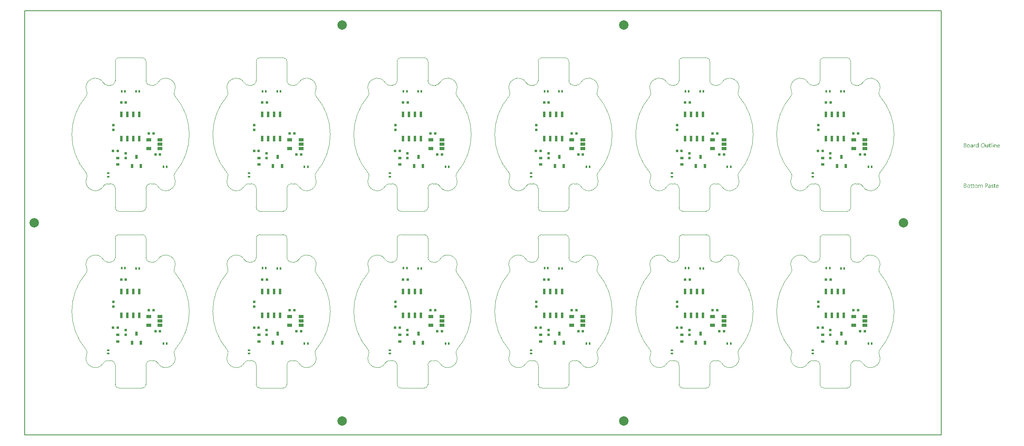
<source format=gbp>
G04*
G04 #@! TF.GenerationSoftware,Altium Limited,Altium Designer,21.9.2 (33)*
G04*
G04 Layer_Color=128*
%FSAX25Y25*%
%MOIN*%
G70*
G04*
G04 #@! TF.SameCoordinates,367260C6-96D2-48BC-AEAF-795D9B4D27C7*
G04*
G04*
G04 #@! TF.FilePolarity,Positive*
G04*
G01*
G75*
%ADD16C,0.00787*%
%ADD17C,0.00394*%
%ADD25C,0.07874*%
%ADD26R,0.02165X0.04921*%
%ADD29R,0.02362X0.03543*%
%ADD32R,0.03937X0.02756*%
%ADD33R,0.01968X0.02165*%
%ADD34R,0.01968X0.02165*%
%ADD35R,0.02165X0.01968*%
%ADD36R,0.03150X0.02362*%
%ADD37R,0.02165X0.01968*%
%ADD60R,0.02461X0.01280*%
%ADD61R,0.01280X0.02461*%
G36*
X0791335Y0225275D02*
X0791360D01*
X0791416Y0225251D01*
X0791446Y0225232D01*
X0791477Y0225207D01*
X0791484Y0225201D01*
X0791490Y0225195D01*
X0791521Y0225158D01*
X0791545Y0225096D01*
X0791552Y0225059D01*
X0791558Y0225022D01*
Y0225015D01*
Y0225003D01*
X0791552Y0224984D01*
X0791545Y0224960D01*
X0791527Y0224898D01*
X0791502Y0224867D01*
X0791477Y0224836D01*
X0791471D01*
X0791465Y0224823D01*
X0791428Y0224799D01*
X0791372Y0224774D01*
X0791335Y0224768D01*
X0791298Y0224762D01*
X0791279D01*
X0791261Y0224768D01*
X0791236D01*
X0791174Y0224793D01*
X0791143Y0224805D01*
X0791112Y0224830D01*
Y0224836D01*
X0791100Y0224842D01*
X0791087Y0224861D01*
X0791075Y0224879D01*
X0791050Y0224941D01*
X0791044Y0224978D01*
X0791038Y0225022D01*
Y0225028D01*
Y0225040D01*
X0791044Y0225059D01*
X0791050Y0225090D01*
X0791069Y0225145D01*
X0791087Y0225176D01*
X0791112Y0225207D01*
X0791118Y0225213D01*
X0791125Y0225220D01*
X0791162Y0225244D01*
X0791224Y0225269D01*
X0791261Y0225282D01*
X0791317D01*
X0791335Y0225275D01*
D02*
G37*
G36*
X0779345Y0221611D02*
X0778943D01*
Y0222032D01*
X0778930D01*
Y0222026D01*
X0778918Y0222013D01*
X0778899Y0221988D01*
X0778881Y0221957D01*
X0778850Y0221920D01*
X0778813Y0221883D01*
X0778769Y0221840D01*
X0778720Y0221796D01*
X0778664Y0221747D01*
X0778596Y0221704D01*
X0778528Y0221667D01*
X0778447Y0221629D01*
X0778367Y0221599D01*
X0778274Y0221574D01*
X0778175Y0221561D01*
X0778070Y0221555D01*
X0778027D01*
X0777989Y0221561D01*
X0777952Y0221568D01*
X0777903Y0221574D01*
X0777798Y0221599D01*
X0777674Y0221636D01*
X0777550Y0221697D01*
X0777482Y0221735D01*
X0777426Y0221778D01*
X0777364Y0221834D01*
X0777309Y0221889D01*
Y0221896D01*
X0777296Y0221908D01*
X0777284Y0221926D01*
X0777265Y0221951D01*
X0777247Y0221982D01*
X0777222Y0222026D01*
X0777197Y0222075D01*
X0777172Y0222131D01*
X0777141Y0222193D01*
X0777117Y0222261D01*
X0777092Y0222335D01*
X0777073Y0222415D01*
X0777055Y0222502D01*
X0777042Y0222601D01*
X0777036Y0222700D01*
X0777030Y0222806D01*
Y0222812D01*
Y0222830D01*
Y0222867D01*
X0777036Y0222911D01*
X0777042Y0222960D01*
X0777049Y0223022D01*
X0777055Y0223090D01*
X0777067Y0223165D01*
X0777104Y0223325D01*
X0777160Y0223493D01*
X0777197Y0223573D01*
X0777240Y0223654D01*
X0777284Y0223728D01*
X0777340Y0223802D01*
X0777346Y0223808D01*
X0777352Y0223821D01*
X0777370Y0223839D01*
X0777395Y0223864D01*
X0777426Y0223889D01*
X0777469Y0223920D01*
X0777513Y0223957D01*
X0777562Y0223994D01*
X0777686Y0224062D01*
X0777829Y0224124D01*
X0777909Y0224143D01*
X0777996Y0224161D01*
X0778082Y0224173D01*
X0778181Y0224180D01*
X0778231D01*
X0778268Y0224173D01*
X0778305Y0224167D01*
X0778355Y0224161D01*
X0778466Y0224130D01*
X0778590Y0224081D01*
X0778652Y0224050D01*
X0778714Y0224006D01*
X0778776Y0223963D01*
X0778831Y0223907D01*
X0778881Y0223845D01*
X0778930Y0223771D01*
X0778943D01*
Y0225331D01*
X0779345D01*
Y0221611D01*
D02*
G37*
G36*
X0793613Y0224173D02*
X0793687Y0224167D01*
X0793780Y0224149D01*
X0793879Y0224118D01*
X0793984Y0224068D01*
X0794090Y0224000D01*
X0794133Y0223963D01*
X0794176Y0223914D01*
X0794189Y0223901D01*
X0794213Y0223864D01*
X0794244Y0223802D01*
X0794288Y0223715D01*
X0794325Y0223610D01*
X0794362Y0223480D01*
X0794387Y0223325D01*
X0794393Y0223146D01*
Y0221611D01*
X0793991D01*
Y0223041D01*
Y0223047D01*
Y0223078D01*
X0793984Y0223115D01*
Y0223165D01*
X0793972Y0223226D01*
X0793960Y0223294D01*
X0793941Y0223369D01*
X0793916Y0223443D01*
X0793885Y0223517D01*
X0793848Y0223585D01*
X0793799Y0223654D01*
X0793743Y0223715D01*
X0793681Y0223765D01*
X0793601Y0223802D01*
X0793514Y0223833D01*
X0793409Y0223839D01*
X0793396D01*
X0793359Y0223833D01*
X0793303Y0223827D01*
X0793235Y0223808D01*
X0793155Y0223783D01*
X0793068Y0223740D01*
X0792988Y0223685D01*
X0792907Y0223610D01*
X0792901Y0223598D01*
X0792876Y0223573D01*
X0792845Y0223523D01*
X0792808Y0223456D01*
X0792771Y0223375D01*
X0792740Y0223276D01*
X0792715Y0223165D01*
X0792709Y0223041D01*
Y0221611D01*
X0792307D01*
Y0224124D01*
X0792709D01*
Y0223703D01*
X0792722D01*
X0792728Y0223709D01*
X0792734Y0223722D01*
X0792753Y0223746D01*
X0792777Y0223777D01*
X0792802Y0223815D01*
X0792839Y0223852D01*
X0792883Y0223895D01*
X0792932Y0223944D01*
X0792988Y0223988D01*
X0793050Y0224031D01*
X0793118Y0224068D01*
X0793192Y0224105D01*
X0793266Y0224136D01*
X0793353Y0224161D01*
X0793446Y0224173D01*
X0793545Y0224180D01*
X0793582D01*
X0793613Y0224173D01*
D02*
G37*
G36*
X0776615Y0224161D02*
X0776689Y0224155D01*
X0776733Y0224143D01*
X0776764Y0224130D01*
Y0223715D01*
X0776758Y0223722D01*
X0776745Y0223728D01*
X0776721Y0223740D01*
X0776689Y0223759D01*
X0776646Y0223771D01*
X0776590Y0223783D01*
X0776529Y0223790D01*
X0776461Y0223796D01*
X0776448D01*
X0776417Y0223790D01*
X0776368Y0223783D01*
X0776312Y0223765D01*
X0776238Y0223734D01*
X0776170Y0223691D01*
X0776095Y0223629D01*
X0776027Y0223548D01*
X0776021Y0223536D01*
X0776003Y0223505D01*
X0775972Y0223449D01*
X0775941Y0223375D01*
X0775910Y0223282D01*
X0775879Y0223165D01*
X0775860Y0223035D01*
X0775854Y0222886D01*
Y0221611D01*
X0775452D01*
Y0224124D01*
X0775854D01*
Y0223604D01*
X0775866D01*
Y0223610D01*
X0775873Y0223616D01*
X0775885Y0223647D01*
X0775903Y0223697D01*
X0775934Y0223759D01*
X0775965Y0223821D01*
X0776015Y0223889D01*
X0776064Y0223957D01*
X0776126Y0224019D01*
X0776132Y0224025D01*
X0776157Y0224043D01*
X0776194Y0224068D01*
X0776244Y0224093D01*
X0776300Y0224118D01*
X0776368Y0224143D01*
X0776442Y0224161D01*
X0776522Y0224167D01*
X0776578D01*
X0776615Y0224161D01*
D02*
G37*
G36*
X0787355Y0221611D02*
X0786953D01*
Y0222007D01*
X0786940D01*
Y0222001D01*
X0786928Y0221988D01*
X0786915Y0221964D01*
X0786891Y0221939D01*
X0786835Y0221865D01*
X0786748Y0221784D01*
X0786699Y0221741D01*
X0786643Y0221697D01*
X0786581Y0221660D01*
X0786507Y0221623D01*
X0786433Y0221599D01*
X0786352Y0221574D01*
X0786259Y0221561D01*
X0786166Y0221555D01*
X0786129D01*
X0786086Y0221561D01*
X0786024Y0221574D01*
X0785956Y0221586D01*
X0785882Y0221611D01*
X0785801Y0221642D01*
X0785721Y0221691D01*
X0785634Y0221747D01*
X0785554Y0221815D01*
X0785479Y0221902D01*
X0785411Y0222007D01*
X0785349Y0222125D01*
X0785306Y0222267D01*
X0785281Y0222434D01*
X0785269Y0222521D01*
Y0222620D01*
Y0224124D01*
X0785665D01*
Y0222682D01*
Y0222675D01*
Y0222651D01*
X0785671Y0222607D01*
X0785677Y0222558D01*
X0785684Y0222496D01*
X0785696Y0222434D01*
X0785715Y0222360D01*
X0785739Y0222286D01*
X0785777Y0222211D01*
X0785814Y0222143D01*
X0785863Y0222075D01*
X0785925Y0222013D01*
X0785993Y0221964D01*
X0786074Y0221926D01*
X0786173Y0221896D01*
X0786278Y0221889D01*
X0786290D01*
X0786327Y0221896D01*
X0786383Y0221902D01*
X0786445Y0221914D01*
X0786525Y0221945D01*
X0786606Y0221982D01*
X0786686Y0222032D01*
X0786761Y0222106D01*
X0786767Y0222118D01*
X0786792Y0222143D01*
X0786823Y0222193D01*
X0786860Y0222261D01*
X0786891Y0222341D01*
X0786922Y0222440D01*
X0786946Y0222552D01*
X0786953Y0222675D01*
Y0224124D01*
X0787355D01*
Y0221611D01*
D02*
G37*
G36*
X0791490D02*
X0791087D01*
Y0224124D01*
X0791490D01*
Y0221611D01*
D02*
G37*
G36*
X0790270D02*
X0789868D01*
Y0225331D01*
X0790270D01*
Y0221611D01*
D02*
G37*
G36*
X0773892Y0224173D02*
X0773947Y0224167D01*
X0774016Y0224149D01*
X0774090Y0224130D01*
X0774170Y0224099D01*
X0774257Y0224062D01*
X0774337Y0224013D01*
X0774418Y0223951D01*
X0774492Y0223876D01*
X0774560Y0223783D01*
X0774616Y0223678D01*
X0774659Y0223554D01*
X0774684Y0223412D01*
X0774696Y0223245D01*
Y0221611D01*
X0774294D01*
Y0222001D01*
X0774282D01*
Y0221995D01*
X0774269Y0221982D01*
X0774257Y0221957D01*
X0774232Y0221933D01*
X0774170Y0221858D01*
X0774090Y0221778D01*
X0773978Y0221697D01*
X0773848Y0221623D01*
X0773768Y0221599D01*
X0773687Y0221574D01*
X0773601Y0221561D01*
X0773508Y0221555D01*
X0773471D01*
X0773446Y0221561D01*
X0773378Y0221568D01*
X0773297Y0221580D01*
X0773198Y0221605D01*
X0773105Y0221636D01*
X0773006Y0221685D01*
X0772920Y0221747D01*
X0772914Y0221759D01*
X0772889Y0221784D01*
X0772852Y0221828D01*
X0772815Y0221889D01*
X0772778Y0221964D01*
X0772740Y0222050D01*
X0772716Y0222156D01*
X0772709Y0222273D01*
Y0222279D01*
Y0222304D01*
X0772716Y0222341D01*
X0772722Y0222385D01*
X0772734Y0222440D01*
X0772753Y0222502D01*
X0772778Y0222570D01*
X0772815Y0222638D01*
X0772858Y0222713D01*
X0772914Y0222787D01*
X0772982Y0222855D01*
X0773062Y0222917D01*
X0773155Y0222979D01*
X0773267Y0223028D01*
X0773390Y0223065D01*
X0773539Y0223096D01*
X0774294Y0223202D01*
Y0223208D01*
Y0223226D01*
X0774288Y0223264D01*
Y0223301D01*
X0774275Y0223350D01*
X0774269Y0223406D01*
X0774232Y0223523D01*
X0774201Y0223579D01*
X0774170Y0223635D01*
X0774127Y0223691D01*
X0774077Y0223740D01*
X0774016Y0223783D01*
X0773947Y0223815D01*
X0773867Y0223833D01*
X0773774Y0223839D01*
X0773731D01*
X0773700Y0223833D01*
X0773656D01*
X0773613Y0223821D01*
X0773502Y0223802D01*
X0773378Y0223765D01*
X0773242Y0223709D01*
X0773167Y0223672D01*
X0773099Y0223635D01*
X0773025Y0223585D01*
X0772957Y0223530D01*
Y0223944D01*
X0772963D01*
X0772975Y0223957D01*
X0772994Y0223969D01*
X0773025Y0223982D01*
X0773056Y0224000D01*
X0773099Y0224019D01*
X0773149Y0224037D01*
X0773205Y0224062D01*
X0773328Y0224105D01*
X0773477Y0224143D01*
X0773638Y0224167D01*
X0773811Y0224180D01*
X0773848D01*
X0773892Y0224173D01*
D02*
G37*
G36*
X0768203Y0225121D02*
X0768246D01*
X0768290Y0225114D01*
X0768389Y0225102D01*
X0768506Y0225071D01*
X0768630Y0225034D01*
X0768748Y0224978D01*
X0768853Y0224904D01*
X0768859D01*
X0768865Y0224891D01*
X0768896Y0224867D01*
X0768940Y0224817D01*
X0768989Y0224749D01*
X0769032Y0224662D01*
X0769076Y0224564D01*
X0769107Y0224452D01*
X0769119Y0224390D01*
Y0224322D01*
Y0224316D01*
Y0224310D01*
Y0224272D01*
X0769113Y0224217D01*
X0769101Y0224149D01*
X0769082Y0224062D01*
X0769051Y0223975D01*
X0769014Y0223889D01*
X0768958Y0223802D01*
X0768952Y0223790D01*
X0768927Y0223765D01*
X0768890Y0223728D01*
X0768841Y0223678D01*
X0768779Y0223629D01*
X0768704Y0223573D01*
X0768612Y0223530D01*
X0768513Y0223486D01*
Y0223480D01*
X0768531D01*
X0768550Y0223474D01*
X0768568Y0223468D01*
X0768636Y0223456D01*
X0768717Y0223431D01*
X0768804Y0223394D01*
X0768896Y0223350D01*
X0768989Y0223288D01*
X0769076Y0223208D01*
X0769088Y0223196D01*
X0769113Y0223165D01*
X0769144Y0223121D01*
X0769187Y0223053D01*
X0769224Y0222966D01*
X0769262Y0222867D01*
X0769286Y0222750D01*
X0769292Y0222620D01*
Y0222614D01*
Y0222601D01*
Y0222576D01*
X0769286Y0222546D01*
X0769280Y0222508D01*
X0769274Y0222465D01*
X0769249Y0222360D01*
X0769212Y0222242D01*
X0769156Y0222118D01*
X0769119Y0222063D01*
X0769076Y0222001D01*
X0769020Y0221945D01*
X0768964Y0221889D01*
X0768958D01*
X0768952Y0221877D01*
X0768933Y0221865D01*
X0768909Y0221846D01*
X0768878Y0221828D01*
X0768834Y0221803D01*
X0768742Y0221753D01*
X0768624Y0221697D01*
X0768488Y0221654D01*
X0768327Y0221623D01*
X0768246Y0221617D01*
X0768153Y0221611D01*
X0767126D01*
Y0225127D01*
X0768172D01*
X0768203Y0225121D01*
D02*
G37*
G36*
X0788698Y0224124D02*
X0789336D01*
Y0223777D01*
X0788698D01*
Y0222360D01*
Y0222347D01*
Y0222317D01*
X0788704Y0222273D01*
X0788710Y0222217D01*
X0788735Y0222100D01*
X0788754Y0222044D01*
X0788785Y0222001D01*
X0788791Y0221995D01*
X0788803Y0221982D01*
X0788822Y0221970D01*
X0788853Y0221951D01*
X0788890Y0221926D01*
X0788940Y0221914D01*
X0789002Y0221902D01*
X0789070Y0221896D01*
X0789094D01*
X0789125Y0221902D01*
X0789162Y0221908D01*
X0789249Y0221933D01*
X0789292Y0221951D01*
X0789336Y0221976D01*
Y0221629D01*
X0789329D01*
X0789311Y0221617D01*
X0789280Y0221611D01*
X0789237Y0221599D01*
X0789181Y0221586D01*
X0789119Y0221574D01*
X0789045Y0221568D01*
X0788958Y0221561D01*
X0788927D01*
X0788896Y0221568D01*
X0788853Y0221574D01*
X0788803Y0221586D01*
X0788748Y0221599D01*
X0788692Y0221623D01*
X0788630Y0221654D01*
X0788568Y0221691D01*
X0788506Y0221741D01*
X0788450Y0221796D01*
X0788401Y0221871D01*
X0788358Y0221951D01*
X0788327Y0222050D01*
X0788302Y0222162D01*
X0788296Y0222292D01*
Y0223777D01*
X0787869D01*
Y0224124D01*
X0788296D01*
Y0224737D01*
X0788698Y0224867D01*
Y0224124D01*
D02*
G37*
G36*
X0796225Y0224173D02*
X0796269Y0224167D01*
X0796312Y0224161D01*
X0796423Y0224143D01*
X0796547Y0224099D01*
X0796671Y0224043D01*
X0796733Y0224006D01*
X0796795Y0223963D01*
X0796850Y0223914D01*
X0796906Y0223858D01*
X0796912Y0223852D01*
X0796918Y0223845D01*
X0796931Y0223827D01*
X0796949Y0223802D01*
X0796968Y0223765D01*
X0796993Y0223728D01*
X0797017Y0223685D01*
X0797042Y0223629D01*
X0797067Y0223567D01*
X0797092Y0223505D01*
X0797117Y0223431D01*
X0797135Y0223350D01*
X0797154Y0223264D01*
X0797166Y0223177D01*
X0797178Y0223078D01*
Y0222973D01*
Y0222762D01*
X0795402D01*
Y0222756D01*
Y0222744D01*
Y0222725D01*
X0795408Y0222694D01*
X0795414Y0222657D01*
Y0222620D01*
X0795433Y0222521D01*
X0795464Y0222422D01*
X0795501Y0222310D01*
X0795557Y0222205D01*
X0795625Y0222112D01*
X0795637Y0222100D01*
X0795662Y0222075D01*
X0795711Y0222044D01*
X0795780Y0222001D01*
X0795866Y0221957D01*
X0795965Y0221926D01*
X0796083Y0221902D01*
X0796219Y0221889D01*
X0796262D01*
X0796293Y0221896D01*
X0796330D01*
X0796374Y0221902D01*
X0796479Y0221926D01*
X0796597Y0221957D01*
X0796727Y0222007D01*
X0796863Y0222075D01*
X0796931Y0222118D01*
X0796999Y0222168D01*
Y0221790D01*
X0796993D01*
X0796986Y0221778D01*
X0796968Y0221772D01*
X0796937Y0221753D01*
X0796906Y0221735D01*
X0796869Y0221716D01*
X0796819Y0221697D01*
X0796770Y0221673D01*
X0796708Y0221648D01*
X0796640Y0221629D01*
X0796491Y0221592D01*
X0796318Y0221568D01*
X0796126Y0221555D01*
X0796077D01*
X0796039Y0221561D01*
X0795996Y0221568D01*
X0795940Y0221574D01*
X0795823Y0221599D01*
X0795687Y0221636D01*
X0795550Y0221697D01*
X0795482Y0221741D01*
X0795414Y0221784D01*
X0795352Y0221834D01*
X0795291Y0221896D01*
X0795284Y0221902D01*
X0795278Y0221914D01*
X0795266Y0221933D01*
X0795241Y0221957D01*
X0795222Y0221995D01*
X0795198Y0222038D01*
X0795167Y0222088D01*
X0795142Y0222143D01*
X0795111Y0222205D01*
X0795086Y0222279D01*
X0795055Y0222360D01*
X0795037Y0222446D01*
X0795018Y0222539D01*
X0795000Y0222638D01*
X0794993Y0222744D01*
X0794987Y0222855D01*
Y0222861D01*
Y0222880D01*
Y0222911D01*
X0794993Y0222954D01*
X0795000Y0223004D01*
X0795006Y0223059D01*
X0795012Y0223127D01*
X0795030Y0223196D01*
X0795068Y0223344D01*
X0795123Y0223505D01*
X0795160Y0223585D01*
X0795210Y0223660D01*
X0795260Y0223740D01*
X0795315Y0223808D01*
X0795321Y0223815D01*
X0795334Y0223827D01*
X0795352Y0223845D01*
X0795377Y0223864D01*
X0795408Y0223895D01*
X0795445Y0223926D01*
X0795495Y0223957D01*
X0795544Y0223994D01*
X0795662Y0224062D01*
X0795804Y0224124D01*
X0795885Y0224143D01*
X0795965Y0224161D01*
X0796052Y0224173D01*
X0796145Y0224180D01*
X0796194D01*
X0796225Y0224173D01*
D02*
G37*
G36*
X0783183Y0225183D02*
X0783245Y0225176D01*
X0783319Y0225164D01*
X0783399Y0225145D01*
X0783486Y0225127D01*
X0783573Y0225102D01*
X0783672Y0225071D01*
X0783765Y0225028D01*
X0783864Y0224978D01*
X0783963Y0224922D01*
X0784056Y0224854D01*
X0784149Y0224780D01*
X0784235Y0224693D01*
X0784241Y0224687D01*
X0784254Y0224669D01*
X0784278Y0224644D01*
X0784303Y0224607D01*
X0784340Y0224557D01*
X0784377Y0224495D01*
X0784415Y0224427D01*
X0784458Y0224353D01*
X0784501Y0224260D01*
X0784539Y0224167D01*
X0784576Y0224062D01*
X0784613Y0223944D01*
X0784637Y0223827D01*
X0784662Y0223697D01*
X0784675Y0223554D01*
X0784681Y0223412D01*
Y0223400D01*
Y0223375D01*
Y0223332D01*
X0784675Y0223270D01*
X0784668Y0223196D01*
X0784656Y0223115D01*
X0784644Y0223022D01*
X0784625Y0222917D01*
X0784600Y0222812D01*
X0784569Y0222700D01*
X0784532Y0222589D01*
X0784489Y0222477D01*
X0784433Y0222360D01*
X0784371Y0222255D01*
X0784303Y0222149D01*
X0784223Y0222050D01*
X0784217Y0222044D01*
X0784204Y0222032D01*
X0784173Y0222007D01*
X0784142Y0221976D01*
X0784093Y0221933D01*
X0784037Y0221896D01*
X0783975Y0221846D01*
X0783901Y0221803D01*
X0783820Y0221759D01*
X0783728Y0221710D01*
X0783629Y0221673D01*
X0783517Y0221636D01*
X0783399Y0221599D01*
X0783276Y0221574D01*
X0783146Y0221561D01*
X0783003Y0221555D01*
X0782972D01*
X0782929Y0221561D01*
X0782879D01*
X0782818Y0221568D01*
X0782743Y0221580D01*
X0782663Y0221599D01*
X0782570Y0221617D01*
X0782477Y0221642D01*
X0782378Y0221673D01*
X0782279Y0221716D01*
X0782180Y0221759D01*
X0782081Y0221815D01*
X0781982Y0221883D01*
X0781889Y0221957D01*
X0781803Y0222044D01*
X0781796Y0222050D01*
X0781784Y0222069D01*
X0781759Y0222094D01*
X0781734Y0222131D01*
X0781697Y0222180D01*
X0781660Y0222242D01*
X0781623Y0222310D01*
X0781580Y0222391D01*
X0781536Y0222477D01*
X0781499Y0222570D01*
X0781462Y0222675D01*
X0781425Y0222793D01*
X0781400Y0222911D01*
X0781375Y0223041D01*
X0781363Y0223183D01*
X0781357Y0223325D01*
Y0223338D01*
Y0223363D01*
X0781363Y0223406D01*
Y0223468D01*
X0781369Y0223536D01*
X0781382Y0223623D01*
X0781394Y0223715D01*
X0781413Y0223815D01*
X0781437Y0223920D01*
X0781468Y0224031D01*
X0781505Y0224143D01*
X0781549Y0224254D01*
X0781604Y0224365D01*
X0781666Y0224477D01*
X0781734Y0224582D01*
X0781815Y0224681D01*
X0781821Y0224687D01*
X0781833Y0224706D01*
X0781864Y0224731D01*
X0781902Y0224762D01*
X0781945Y0224799D01*
X0782001Y0224842D01*
X0782069Y0224885D01*
X0782143Y0224935D01*
X0782230Y0224984D01*
X0782322Y0225028D01*
X0782421Y0225071D01*
X0782533Y0225108D01*
X0782657Y0225139D01*
X0782787Y0225170D01*
X0782923Y0225183D01*
X0783065Y0225189D01*
X0783133D01*
X0783183Y0225183D01*
D02*
G37*
G36*
X0771156Y0224173D02*
X0771199Y0224167D01*
X0771255Y0224161D01*
X0771379Y0224136D01*
X0771521Y0224093D01*
X0771663Y0224031D01*
X0771737Y0223994D01*
X0771806Y0223951D01*
X0771874Y0223895D01*
X0771936Y0223833D01*
X0771942Y0223827D01*
X0771948Y0223815D01*
X0771967Y0223796D01*
X0771985Y0223771D01*
X0772010Y0223734D01*
X0772035Y0223691D01*
X0772066Y0223641D01*
X0772097Y0223585D01*
X0772121Y0223517D01*
X0772152Y0223449D01*
X0772177Y0223369D01*
X0772202Y0223282D01*
X0772220Y0223189D01*
X0772239Y0223090D01*
X0772245Y0222985D01*
X0772251Y0222874D01*
Y0222867D01*
Y0222849D01*
Y0222818D01*
X0772245Y0222775D01*
X0772239Y0222725D01*
X0772233Y0222663D01*
X0772220Y0222601D01*
X0772208Y0222527D01*
X0772171Y0222378D01*
X0772109Y0222217D01*
X0772072Y0222137D01*
X0772022Y0222057D01*
X0771973Y0221982D01*
X0771911Y0221914D01*
X0771905Y0221908D01*
X0771892Y0221902D01*
X0771874Y0221883D01*
X0771849Y0221858D01*
X0771812Y0221834D01*
X0771775Y0221803D01*
X0771725Y0221766D01*
X0771669Y0221735D01*
X0771607Y0221704D01*
X0771539Y0221667D01*
X0771465Y0221636D01*
X0771385Y0221611D01*
X0771298Y0221586D01*
X0771205Y0221574D01*
X0771106Y0221561D01*
X0771001Y0221555D01*
X0770945D01*
X0770908Y0221561D01*
X0770865Y0221568D01*
X0770809Y0221574D01*
X0770747Y0221586D01*
X0770679Y0221599D01*
X0770537Y0221642D01*
X0770388Y0221704D01*
X0770314Y0221741D01*
X0770246Y0221790D01*
X0770178Y0221840D01*
X0770110Y0221902D01*
X0770103Y0221908D01*
X0770097Y0221920D01*
X0770079Y0221939D01*
X0770060Y0221964D01*
X0770035Y0222001D01*
X0770004Y0222044D01*
X0769973Y0222094D01*
X0769949Y0222149D01*
X0769918Y0222217D01*
X0769887Y0222286D01*
X0769856Y0222360D01*
X0769831Y0222446D01*
X0769794Y0222632D01*
X0769788Y0222731D01*
X0769781Y0222836D01*
Y0222843D01*
Y0222867D01*
Y0222898D01*
X0769788Y0222942D01*
X0769794Y0222991D01*
X0769800Y0223053D01*
X0769812Y0223121D01*
X0769825Y0223196D01*
X0769862Y0223356D01*
X0769924Y0223517D01*
X0769967Y0223598D01*
X0770011Y0223678D01*
X0770060Y0223753D01*
X0770122Y0223821D01*
X0770128Y0223827D01*
X0770141Y0223839D01*
X0770159Y0223852D01*
X0770184Y0223876D01*
X0770221Y0223901D01*
X0770264Y0223932D01*
X0770314Y0223969D01*
X0770369Y0224000D01*
X0770432Y0224031D01*
X0770506Y0224068D01*
X0770580Y0224099D01*
X0770667Y0224124D01*
X0770753Y0224149D01*
X0770852Y0224167D01*
X0770958Y0224173D01*
X0771063Y0224180D01*
X0771118D01*
X0771156Y0224173D01*
D02*
G37*
G36*
X0791255Y0190315D02*
X0791335Y0190309D01*
X0791422Y0190297D01*
X0791521Y0190272D01*
X0791620Y0190247D01*
X0791719Y0190210D01*
Y0189802D01*
X0791707Y0189808D01*
X0791669Y0189832D01*
X0791614Y0189857D01*
X0791539Y0189894D01*
X0791446Y0189925D01*
X0791335Y0189956D01*
X0791211Y0189975D01*
X0791081Y0189981D01*
X0791013D01*
X0790951Y0189969D01*
X0790877Y0189956D01*
X0790871D01*
X0790865Y0189950D01*
X0790828Y0189938D01*
X0790778Y0189913D01*
X0790722Y0189882D01*
X0790710Y0189876D01*
X0790685Y0189851D01*
X0790654Y0189814D01*
X0790623Y0189770D01*
X0790617Y0189758D01*
X0790605Y0189727D01*
X0790592Y0189684D01*
X0790586Y0189628D01*
Y0189622D01*
Y0189610D01*
Y0189591D01*
X0790592Y0189572D01*
X0790605Y0189517D01*
X0790623Y0189461D01*
X0790629Y0189449D01*
X0790648Y0189424D01*
X0790685Y0189387D01*
X0790729Y0189343D01*
X0790735D01*
X0790741Y0189337D01*
X0790778Y0189312D01*
X0790828Y0189281D01*
X0790896Y0189251D01*
X0790902D01*
X0790914Y0189244D01*
X0790933Y0189238D01*
X0790964Y0189226D01*
X0791032Y0189201D01*
X0791118Y0189164D01*
X0791125D01*
X0791149Y0189152D01*
X0791180Y0189139D01*
X0791218Y0189127D01*
X0791317Y0189083D01*
X0791416Y0189034D01*
X0791422D01*
X0791440Y0189022D01*
X0791465Y0189009D01*
X0791496Y0188991D01*
X0791570Y0188941D01*
X0791645Y0188879D01*
X0791651Y0188873D01*
X0791663Y0188867D01*
X0791676Y0188848D01*
X0791700Y0188823D01*
X0791744Y0188761D01*
X0791787Y0188681D01*
Y0188675D01*
X0791793Y0188663D01*
X0791806Y0188638D01*
X0791812Y0188607D01*
X0791824Y0188570D01*
X0791830Y0188526D01*
X0791837Y0188421D01*
Y0188415D01*
Y0188390D01*
X0791830Y0188353D01*
X0791824Y0188310D01*
X0791818Y0188260D01*
X0791799Y0188204D01*
X0791781Y0188155D01*
X0791750Y0188099D01*
X0791744Y0188093D01*
X0791737Y0188075D01*
X0791719Y0188050D01*
X0791694Y0188019D01*
X0791663Y0187982D01*
X0791626Y0187944D01*
X0791533Y0187870D01*
X0791527Y0187864D01*
X0791508Y0187858D01*
X0791484Y0187839D01*
X0791440Y0187821D01*
X0791397Y0187796D01*
X0791341Y0187777D01*
X0791286Y0187759D01*
X0791218Y0187740D01*
X0791211D01*
X0791187Y0187734D01*
X0791149Y0187728D01*
X0791106Y0187722D01*
X0791044Y0187709D01*
X0790982Y0187703D01*
X0790840Y0187697D01*
X0790778D01*
X0790704Y0187703D01*
X0790611Y0187715D01*
X0790506Y0187734D01*
X0790394Y0187759D01*
X0790283Y0187790D01*
X0790171Y0187839D01*
Y0188273D01*
X0790177D01*
X0790184Y0188260D01*
X0790202Y0188248D01*
X0790227Y0188235D01*
X0790295Y0188198D01*
X0790388Y0188155D01*
X0790493Y0188105D01*
X0790617Y0188068D01*
X0790753Y0188043D01*
X0790896Y0188031D01*
X0790945D01*
X0790976Y0188037D01*
X0791063Y0188050D01*
X0791162Y0188075D01*
X0791255Y0188118D01*
X0791298Y0188149D01*
X0791341Y0188180D01*
X0791372Y0188223D01*
X0791397Y0188266D01*
X0791416Y0188322D01*
X0791422Y0188384D01*
Y0188390D01*
Y0188402D01*
Y0188421D01*
X0791416Y0188440D01*
X0791403Y0188495D01*
X0791378Y0188551D01*
Y0188557D01*
X0791372Y0188564D01*
X0791348Y0188594D01*
X0791310Y0188638D01*
X0791255Y0188675D01*
X0791248D01*
X0791242Y0188687D01*
X0791205Y0188706D01*
X0791149Y0188743D01*
X0791075Y0188774D01*
X0791069D01*
X0791056Y0188780D01*
X0791038Y0188793D01*
X0791007Y0188805D01*
X0790939Y0188830D01*
X0790852Y0188867D01*
X0790846D01*
X0790821Y0188879D01*
X0790790Y0188891D01*
X0790753Y0188904D01*
X0790654Y0188947D01*
X0790555Y0188997D01*
X0790549Y0189003D01*
X0790537Y0189009D01*
X0790512Y0189022D01*
X0790481Y0189040D01*
X0790413Y0189090D01*
X0790345Y0189145D01*
X0790339Y0189152D01*
X0790332Y0189158D01*
X0790314Y0189176D01*
X0790295Y0189201D01*
X0790252Y0189263D01*
X0790215Y0189337D01*
Y0189343D01*
X0790208Y0189356D01*
X0790202Y0189381D01*
X0790196Y0189411D01*
X0790190Y0189449D01*
X0790184Y0189492D01*
X0790177Y0189597D01*
Y0189603D01*
Y0189628D01*
X0790184Y0189659D01*
X0790190Y0189702D01*
X0790196Y0189752D01*
X0790215Y0189802D01*
X0790233Y0189857D01*
X0790258Y0189907D01*
X0790264Y0189913D01*
X0790270Y0189931D01*
X0790289Y0189956D01*
X0790314Y0189987D01*
X0790382Y0190061D01*
X0790469Y0190136D01*
X0790475Y0190142D01*
X0790493Y0190148D01*
X0790518Y0190167D01*
X0790561Y0190185D01*
X0790605Y0190210D01*
X0790654Y0190235D01*
X0790778Y0190272D01*
X0790784D01*
X0790809Y0190278D01*
X0790840Y0190290D01*
X0790889Y0190297D01*
X0790939Y0190309D01*
X0791001Y0190315D01*
X0791137Y0190321D01*
X0791193D01*
X0791255Y0190315D01*
D02*
G37*
G36*
X0782062D02*
X0782118Y0190303D01*
X0782180Y0190290D01*
X0782248Y0190266D01*
X0782329Y0190235D01*
X0782403Y0190191D01*
X0782483Y0190142D01*
X0782558Y0190074D01*
X0782626Y0189987D01*
X0782688Y0189888D01*
X0782743Y0189777D01*
X0782781Y0189634D01*
X0782811Y0189480D01*
X0782818Y0189300D01*
Y0187753D01*
X0782415D01*
Y0189195D01*
Y0189201D01*
Y0189213D01*
Y0189232D01*
Y0189263D01*
X0782409Y0189337D01*
X0782397Y0189424D01*
X0782384Y0189523D01*
X0782360Y0189622D01*
X0782329Y0189715D01*
X0782285Y0189795D01*
X0782279Y0189802D01*
X0782261Y0189826D01*
X0782230Y0189857D01*
X0782180Y0189888D01*
X0782124Y0189925D01*
X0782050Y0189950D01*
X0781957Y0189975D01*
X0781852Y0189981D01*
X0781840D01*
X0781809Y0189975D01*
X0781759Y0189969D01*
X0781697Y0189950D01*
X0781629Y0189925D01*
X0781555Y0189882D01*
X0781481Y0189826D01*
X0781413Y0189746D01*
X0781406Y0189733D01*
X0781388Y0189702D01*
X0781357Y0189653D01*
X0781326Y0189585D01*
X0781289Y0189504D01*
X0781264Y0189411D01*
X0781239Y0189300D01*
X0781233Y0189182D01*
Y0187753D01*
X0780831D01*
Y0189244D01*
Y0189251D01*
Y0189275D01*
X0780825Y0189312D01*
Y0189362D01*
X0780812Y0189418D01*
X0780800Y0189480D01*
X0780781Y0189541D01*
X0780763Y0189616D01*
X0780732Y0189684D01*
X0780694Y0189746D01*
X0780645Y0189808D01*
X0780589Y0189863D01*
X0780527Y0189913D01*
X0780447Y0189950D01*
X0780360Y0189975D01*
X0780261Y0189981D01*
X0780249D01*
X0780218Y0189975D01*
X0780168Y0189969D01*
X0780106Y0189956D01*
X0780038Y0189925D01*
X0779964Y0189888D01*
X0779890Y0189832D01*
X0779822Y0189758D01*
X0779815Y0189746D01*
X0779797Y0189721D01*
X0779766Y0189672D01*
X0779735Y0189603D01*
X0779704Y0189523D01*
X0779673Y0189424D01*
X0779655Y0189312D01*
X0779648Y0189182D01*
Y0187753D01*
X0779246D01*
Y0190266D01*
X0779648D01*
Y0189863D01*
X0779661D01*
X0779667Y0189870D01*
X0779673Y0189882D01*
X0779692Y0189907D01*
X0779710Y0189938D01*
X0779772Y0190006D01*
X0779859Y0190092D01*
X0779970Y0190179D01*
X0780100Y0190247D01*
X0780181Y0190278D01*
X0780261Y0190303D01*
X0780348Y0190315D01*
X0780441Y0190321D01*
X0780484D01*
X0780534Y0190315D01*
X0780595Y0190303D01*
X0780663Y0190284D01*
X0780738Y0190260D01*
X0780812Y0190229D01*
X0780886Y0190179D01*
X0780893Y0190173D01*
X0780917Y0190154D01*
X0780948Y0190123D01*
X0780992Y0190080D01*
X0781035Y0190024D01*
X0781078Y0189962D01*
X0781122Y0189888D01*
X0781152Y0189802D01*
X0781159Y0189808D01*
X0781165Y0189826D01*
X0781183Y0189851D01*
X0781202Y0189882D01*
X0781233Y0189925D01*
X0781270Y0189969D01*
X0781314Y0190012D01*
X0781363Y0190061D01*
X0781419Y0190111D01*
X0781481Y0190154D01*
X0781549Y0190204D01*
X0781623Y0190241D01*
X0781703Y0190272D01*
X0781790Y0190297D01*
X0781889Y0190315D01*
X0781988Y0190321D01*
X0782025D01*
X0782062Y0190315D01*
D02*
G37*
G36*
X0788760D02*
X0788816Y0190309D01*
X0788884Y0190290D01*
X0788958Y0190272D01*
X0789039Y0190241D01*
X0789125Y0190204D01*
X0789206Y0190154D01*
X0789286Y0190092D01*
X0789361Y0190018D01*
X0789429Y0189925D01*
X0789484Y0189820D01*
X0789528Y0189696D01*
X0789552Y0189554D01*
X0789565Y0189387D01*
Y0187753D01*
X0789162D01*
Y0188143D01*
X0789150D01*
Y0188136D01*
X0789138Y0188124D01*
X0789125Y0188099D01*
X0789101Y0188075D01*
X0789039Y0188000D01*
X0788958Y0187920D01*
X0788847Y0187839D01*
X0788717Y0187765D01*
X0788636Y0187740D01*
X0788556Y0187715D01*
X0788469Y0187703D01*
X0788376Y0187697D01*
X0788339D01*
X0788314Y0187703D01*
X0788246Y0187709D01*
X0788166Y0187722D01*
X0788067Y0187746D01*
X0787974Y0187777D01*
X0787875Y0187827D01*
X0787788Y0187889D01*
X0787782Y0187901D01*
X0787757Y0187926D01*
X0787720Y0187969D01*
X0787683Y0188031D01*
X0787646Y0188105D01*
X0787609Y0188192D01*
X0787584Y0188297D01*
X0787578Y0188415D01*
Y0188421D01*
Y0188446D01*
X0787584Y0188483D01*
X0787590Y0188526D01*
X0787603Y0188582D01*
X0787621Y0188644D01*
X0787646Y0188712D01*
X0787683Y0188780D01*
X0787726Y0188854D01*
X0787782Y0188929D01*
X0787850Y0188997D01*
X0787931Y0189059D01*
X0788023Y0189121D01*
X0788135Y0189170D01*
X0788259Y0189207D01*
X0788407Y0189238D01*
X0789162Y0189343D01*
Y0189350D01*
Y0189368D01*
X0789156Y0189405D01*
Y0189442D01*
X0789144Y0189492D01*
X0789138Y0189548D01*
X0789101Y0189665D01*
X0789070Y0189721D01*
X0789039Y0189777D01*
X0788995Y0189832D01*
X0788946Y0189882D01*
X0788884Y0189925D01*
X0788816Y0189956D01*
X0788735Y0189975D01*
X0788642Y0189981D01*
X0788599D01*
X0788568Y0189975D01*
X0788525D01*
X0788482Y0189962D01*
X0788370Y0189944D01*
X0788246Y0189907D01*
X0788110Y0189851D01*
X0788036Y0189814D01*
X0787968Y0189777D01*
X0787893Y0189727D01*
X0787825Y0189672D01*
Y0190086D01*
X0787831D01*
X0787844Y0190099D01*
X0787862Y0190111D01*
X0787893Y0190123D01*
X0787924Y0190142D01*
X0787968Y0190161D01*
X0788017Y0190179D01*
X0788073Y0190204D01*
X0788197Y0190247D01*
X0788345Y0190284D01*
X0788506Y0190309D01*
X0788680Y0190321D01*
X0788717D01*
X0788760Y0190315D01*
D02*
G37*
G36*
X0786061Y0191262D02*
X0786111D01*
X0786160Y0191256D01*
X0786290Y0191231D01*
X0786426Y0191200D01*
X0786575Y0191151D01*
X0786717Y0191083D01*
X0786779Y0191040D01*
X0786841Y0190990D01*
X0786847D01*
X0786854Y0190978D01*
X0786872Y0190959D01*
X0786891Y0190940D01*
X0786940Y0190878D01*
X0787002Y0190792D01*
X0787058Y0190680D01*
X0787107Y0190550D01*
X0787144Y0190396D01*
X0787151Y0190309D01*
X0787157Y0190216D01*
Y0190210D01*
Y0190191D01*
Y0190167D01*
X0787151Y0190136D01*
X0787144Y0190092D01*
X0787138Y0190043D01*
X0787114Y0189925D01*
X0787070Y0189795D01*
X0787008Y0189659D01*
X0786971Y0189591D01*
X0786928Y0189523D01*
X0786872Y0189455D01*
X0786810Y0189393D01*
X0786804Y0189387D01*
X0786792Y0189381D01*
X0786773Y0189362D01*
X0786748Y0189343D01*
X0786711Y0189319D01*
X0786668Y0189294D01*
X0786618Y0189263D01*
X0786563Y0189238D01*
X0786501Y0189207D01*
X0786433Y0189176D01*
X0786352Y0189152D01*
X0786272Y0189127D01*
X0786086Y0189090D01*
X0785987Y0189083D01*
X0785882Y0189077D01*
X0785417D01*
Y0187753D01*
X0785003D01*
Y0191269D01*
X0786024D01*
X0786061Y0191262D01*
D02*
G37*
G36*
X0768203D02*
X0768246D01*
X0768290Y0191256D01*
X0768389Y0191244D01*
X0768506Y0191213D01*
X0768630Y0191176D01*
X0768748Y0191120D01*
X0768853Y0191046D01*
X0768859D01*
X0768865Y0191033D01*
X0768896Y0191008D01*
X0768940Y0190959D01*
X0768989Y0190891D01*
X0769032Y0190804D01*
X0769076Y0190705D01*
X0769107Y0190594D01*
X0769119Y0190532D01*
Y0190464D01*
Y0190458D01*
Y0190451D01*
Y0190414D01*
X0769113Y0190359D01*
X0769101Y0190290D01*
X0769082Y0190204D01*
X0769051Y0190117D01*
X0769014Y0190031D01*
X0768958Y0189944D01*
X0768952Y0189931D01*
X0768927Y0189907D01*
X0768890Y0189870D01*
X0768841Y0189820D01*
X0768779Y0189770D01*
X0768704Y0189715D01*
X0768612Y0189672D01*
X0768513Y0189628D01*
Y0189622D01*
X0768531D01*
X0768550Y0189616D01*
X0768568Y0189610D01*
X0768636Y0189597D01*
X0768717Y0189572D01*
X0768804Y0189535D01*
X0768896Y0189492D01*
X0768989Y0189430D01*
X0769076Y0189350D01*
X0769088Y0189337D01*
X0769113Y0189306D01*
X0769144Y0189263D01*
X0769187Y0189195D01*
X0769224Y0189108D01*
X0769262Y0189009D01*
X0769286Y0188891D01*
X0769292Y0188761D01*
Y0188755D01*
Y0188743D01*
Y0188718D01*
X0769286Y0188687D01*
X0769280Y0188650D01*
X0769274Y0188607D01*
X0769249Y0188502D01*
X0769212Y0188384D01*
X0769156Y0188260D01*
X0769119Y0188204D01*
X0769076Y0188143D01*
X0769020Y0188087D01*
X0768964Y0188031D01*
X0768958D01*
X0768952Y0188019D01*
X0768933Y0188006D01*
X0768909Y0187988D01*
X0768878Y0187969D01*
X0768834Y0187944D01*
X0768742Y0187895D01*
X0768624Y0187839D01*
X0768488Y0187796D01*
X0768327Y0187765D01*
X0768246Y0187759D01*
X0768153Y0187753D01*
X0767126D01*
Y0191269D01*
X0768172D01*
X0768203Y0191262D01*
D02*
G37*
G36*
X0792988Y0190266D02*
X0793625D01*
Y0189919D01*
X0792988D01*
Y0188502D01*
Y0188489D01*
Y0188458D01*
X0792994Y0188415D01*
X0793000Y0188359D01*
X0793025Y0188242D01*
X0793044Y0188186D01*
X0793075Y0188143D01*
X0793081Y0188136D01*
X0793093Y0188124D01*
X0793112Y0188112D01*
X0793143Y0188093D01*
X0793180Y0188068D01*
X0793229Y0188056D01*
X0793291Y0188043D01*
X0793359Y0188037D01*
X0793384D01*
X0793415Y0188043D01*
X0793452Y0188050D01*
X0793539Y0188075D01*
X0793582Y0188093D01*
X0793625Y0188118D01*
Y0187771D01*
X0793619D01*
X0793601Y0187759D01*
X0793570Y0187753D01*
X0793526Y0187740D01*
X0793471Y0187728D01*
X0793409Y0187715D01*
X0793334Y0187709D01*
X0793248Y0187703D01*
X0793217D01*
X0793186Y0187709D01*
X0793143Y0187715D01*
X0793093Y0187728D01*
X0793037Y0187740D01*
X0792982Y0187765D01*
X0792920Y0187796D01*
X0792858Y0187833D01*
X0792796Y0187883D01*
X0792740Y0187938D01*
X0792691Y0188013D01*
X0792647Y0188093D01*
X0792616Y0188192D01*
X0792592Y0188303D01*
X0792586Y0188434D01*
Y0189919D01*
X0792158D01*
Y0190266D01*
X0792586D01*
Y0190878D01*
X0792988Y0191008D01*
Y0190266D01*
D02*
G37*
G36*
X0775130D02*
X0775767D01*
Y0189919D01*
X0775130D01*
Y0188502D01*
Y0188489D01*
Y0188458D01*
X0775136Y0188415D01*
X0775142Y0188359D01*
X0775167Y0188242D01*
X0775185Y0188186D01*
X0775216Y0188143D01*
X0775222Y0188136D01*
X0775235Y0188124D01*
X0775253Y0188112D01*
X0775284Y0188093D01*
X0775322Y0188068D01*
X0775371Y0188056D01*
X0775433Y0188043D01*
X0775501Y0188037D01*
X0775526D01*
X0775557Y0188043D01*
X0775594Y0188050D01*
X0775681Y0188075D01*
X0775724Y0188093D01*
X0775767Y0188118D01*
Y0187771D01*
X0775761D01*
X0775742Y0187759D01*
X0775711Y0187753D01*
X0775668Y0187740D01*
X0775612Y0187728D01*
X0775551Y0187715D01*
X0775476Y0187709D01*
X0775390Y0187703D01*
X0775359D01*
X0775328Y0187709D01*
X0775284Y0187715D01*
X0775235Y0187728D01*
X0775179Y0187740D01*
X0775124Y0187765D01*
X0775062Y0187796D01*
X0775000Y0187833D01*
X0774938Y0187883D01*
X0774882Y0187938D01*
X0774832Y0188013D01*
X0774789Y0188093D01*
X0774758Y0188192D01*
X0774733Y0188303D01*
X0774727Y0188434D01*
Y0189919D01*
X0774300D01*
Y0190266D01*
X0774727D01*
Y0190878D01*
X0775130Y0191008D01*
Y0190266D01*
D02*
G37*
G36*
X0773427D02*
X0774065D01*
Y0189919D01*
X0773427D01*
Y0188502D01*
Y0188489D01*
Y0188458D01*
X0773434Y0188415D01*
X0773440Y0188359D01*
X0773464Y0188242D01*
X0773483Y0188186D01*
X0773514Y0188143D01*
X0773520Y0188136D01*
X0773533Y0188124D01*
X0773551Y0188112D01*
X0773582Y0188093D01*
X0773619Y0188068D01*
X0773669Y0188056D01*
X0773731Y0188043D01*
X0773799Y0188037D01*
X0773824D01*
X0773854Y0188043D01*
X0773892Y0188050D01*
X0773978Y0188075D01*
X0774022Y0188093D01*
X0774065Y0188118D01*
Y0187771D01*
X0774059D01*
X0774040Y0187759D01*
X0774009Y0187753D01*
X0773966Y0187740D01*
X0773910Y0187728D01*
X0773848Y0187715D01*
X0773774Y0187709D01*
X0773687Y0187703D01*
X0773656D01*
X0773626Y0187709D01*
X0773582Y0187715D01*
X0773533Y0187728D01*
X0773477Y0187740D01*
X0773421Y0187765D01*
X0773359Y0187796D01*
X0773297Y0187833D01*
X0773236Y0187883D01*
X0773180Y0187938D01*
X0773130Y0188013D01*
X0773087Y0188093D01*
X0773056Y0188192D01*
X0773031Y0188303D01*
X0773025Y0188434D01*
Y0189919D01*
X0772598D01*
Y0190266D01*
X0773025D01*
Y0190878D01*
X0773427Y0191008D01*
Y0190266D01*
D02*
G37*
G36*
X0795229Y0190315D02*
X0795272Y0190309D01*
X0795315Y0190303D01*
X0795427Y0190284D01*
X0795550Y0190241D01*
X0795674Y0190185D01*
X0795736Y0190148D01*
X0795798Y0190105D01*
X0795854Y0190055D01*
X0795910Y0189999D01*
X0795916Y0189993D01*
X0795922Y0189987D01*
X0795934Y0189969D01*
X0795953Y0189944D01*
X0795971Y0189907D01*
X0795996Y0189870D01*
X0796021Y0189826D01*
X0796046Y0189770D01*
X0796070Y0189709D01*
X0796095Y0189647D01*
X0796120Y0189572D01*
X0796138Y0189492D01*
X0796157Y0189405D01*
X0796170Y0189319D01*
X0796182Y0189220D01*
Y0189114D01*
Y0188904D01*
X0794405D01*
Y0188898D01*
Y0188885D01*
Y0188867D01*
X0794412Y0188836D01*
X0794418Y0188799D01*
Y0188761D01*
X0794436Y0188663D01*
X0794467Y0188564D01*
X0794504Y0188452D01*
X0794560Y0188347D01*
X0794628Y0188254D01*
X0794640Y0188242D01*
X0794665Y0188217D01*
X0794715Y0188186D01*
X0794783Y0188143D01*
X0794870Y0188099D01*
X0794969Y0188068D01*
X0795086Y0188043D01*
X0795222Y0188031D01*
X0795266D01*
X0795297Y0188037D01*
X0795334D01*
X0795377Y0188043D01*
X0795482Y0188068D01*
X0795600Y0188099D01*
X0795730Y0188149D01*
X0795866Y0188217D01*
X0795934Y0188260D01*
X0796002Y0188310D01*
Y0187932D01*
X0795996D01*
X0795990Y0187920D01*
X0795971Y0187914D01*
X0795940Y0187895D01*
X0795910Y0187876D01*
X0795872Y0187858D01*
X0795823Y0187839D01*
X0795773Y0187814D01*
X0795711Y0187790D01*
X0795643Y0187771D01*
X0795495Y0187734D01*
X0795321Y0187709D01*
X0795130Y0187697D01*
X0795080D01*
X0795043Y0187703D01*
X0795000Y0187709D01*
X0794944Y0187715D01*
X0794826Y0187740D01*
X0794690Y0187777D01*
X0794554Y0187839D01*
X0794486Y0187883D01*
X0794418Y0187926D01*
X0794356Y0187975D01*
X0794294Y0188037D01*
X0794288Y0188043D01*
X0794281Y0188056D01*
X0794269Y0188075D01*
X0794244Y0188099D01*
X0794226Y0188136D01*
X0794201Y0188180D01*
X0794170Y0188229D01*
X0794145Y0188285D01*
X0794114Y0188347D01*
X0794090Y0188421D01*
X0794059Y0188502D01*
X0794040Y0188588D01*
X0794022Y0188681D01*
X0794003Y0188780D01*
X0793997Y0188885D01*
X0793991Y0188997D01*
Y0189003D01*
Y0189022D01*
Y0189052D01*
X0793997Y0189096D01*
X0794003Y0189145D01*
X0794009Y0189201D01*
X0794015Y0189269D01*
X0794034Y0189337D01*
X0794071Y0189486D01*
X0794127Y0189647D01*
X0794164Y0189727D01*
X0794213Y0189802D01*
X0794263Y0189882D01*
X0794319Y0189950D01*
X0794325Y0189956D01*
X0794337Y0189969D01*
X0794356Y0189987D01*
X0794381Y0190006D01*
X0794412Y0190037D01*
X0794449Y0190068D01*
X0794498Y0190099D01*
X0794548Y0190136D01*
X0794665Y0190204D01*
X0794808Y0190266D01*
X0794888Y0190284D01*
X0794969Y0190303D01*
X0795055Y0190315D01*
X0795148Y0190321D01*
X0795198D01*
X0795229Y0190315D01*
D02*
G37*
G36*
X0777507D02*
X0777550Y0190309D01*
X0777606Y0190303D01*
X0777730Y0190278D01*
X0777872Y0190235D01*
X0778014Y0190173D01*
X0778089Y0190136D01*
X0778157Y0190092D01*
X0778225Y0190037D01*
X0778287Y0189975D01*
X0778293Y0189969D01*
X0778299Y0189956D01*
X0778317Y0189938D01*
X0778336Y0189913D01*
X0778361Y0189876D01*
X0778386Y0189832D01*
X0778417Y0189783D01*
X0778447Y0189727D01*
X0778472Y0189659D01*
X0778503Y0189591D01*
X0778528Y0189511D01*
X0778553Y0189424D01*
X0778571Y0189331D01*
X0778590Y0189232D01*
X0778596Y0189127D01*
X0778602Y0189015D01*
Y0189009D01*
Y0188991D01*
Y0188960D01*
X0778596Y0188916D01*
X0778590Y0188867D01*
X0778584Y0188805D01*
X0778571Y0188743D01*
X0778559Y0188669D01*
X0778522Y0188520D01*
X0778460Y0188359D01*
X0778423Y0188279D01*
X0778373Y0188198D01*
X0778324Y0188124D01*
X0778262Y0188056D01*
X0778256Y0188050D01*
X0778243Y0188043D01*
X0778225Y0188025D01*
X0778200Y0188000D01*
X0778163Y0187975D01*
X0778126Y0187944D01*
X0778076Y0187907D01*
X0778020Y0187876D01*
X0777958Y0187845D01*
X0777890Y0187808D01*
X0777816Y0187777D01*
X0777736Y0187753D01*
X0777649Y0187728D01*
X0777556Y0187715D01*
X0777457Y0187703D01*
X0777352Y0187697D01*
X0777296D01*
X0777259Y0187703D01*
X0777216Y0187709D01*
X0777160Y0187715D01*
X0777098Y0187728D01*
X0777030Y0187740D01*
X0776888Y0187784D01*
X0776739Y0187845D01*
X0776665Y0187883D01*
X0776597Y0187932D01*
X0776529Y0187982D01*
X0776461Y0188043D01*
X0776454Y0188050D01*
X0776448Y0188062D01*
X0776430Y0188081D01*
X0776411Y0188105D01*
X0776386Y0188143D01*
X0776355Y0188186D01*
X0776324Y0188235D01*
X0776300Y0188291D01*
X0776269Y0188359D01*
X0776238Y0188427D01*
X0776207Y0188502D01*
X0776182Y0188588D01*
X0776145Y0188774D01*
X0776139Y0188873D01*
X0776132Y0188978D01*
Y0188984D01*
Y0189009D01*
Y0189040D01*
X0776139Y0189083D01*
X0776145Y0189133D01*
X0776151Y0189195D01*
X0776163Y0189263D01*
X0776176Y0189337D01*
X0776213Y0189498D01*
X0776275Y0189659D01*
X0776318Y0189740D01*
X0776362Y0189820D01*
X0776411Y0189894D01*
X0776473Y0189962D01*
X0776479Y0189969D01*
X0776491Y0189981D01*
X0776510Y0189993D01*
X0776535Y0190018D01*
X0776572Y0190043D01*
X0776615Y0190074D01*
X0776665Y0190111D01*
X0776721Y0190142D01*
X0776782Y0190173D01*
X0776857Y0190210D01*
X0776931Y0190241D01*
X0777018Y0190266D01*
X0777104Y0190290D01*
X0777203Y0190309D01*
X0777309Y0190315D01*
X0777414Y0190321D01*
X0777469D01*
X0777507Y0190315D01*
D02*
G37*
G36*
X0771156D02*
X0771199Y0190309D01*
X0771255Y0190303D01*
X0771379Y0190278D01*
X0771521Y0190235D01*
X0771663Y0190173D01*
X0771737Y0190136D01*
X0771806Y0190092D01*
X0771874Y0190037D01*
X0771936Y0189975D01*
X0771942Y0189969D01*
X0771948Y0189956D01*
X0771967Y0189938D01*
X0771985Y0189913D01*
X0772010Y0189876D01*
X0772035Y0189832D01*
X0772066Y0189783D01*
X0772097Y0189727D01*
X0772121Y0189659D01*
X0772152Y0189591D01*
X0772177Y0189511D01*
X0772202Y0189424D01*
X0772220Y0189331D01*
X0772239Y0189232D01*
X0772245Y0189127D01*
X0772251Y0189015D01*
Y0189009D01*
Y0188991D01*
Y0188960D01*
X0772245Y0188916D01*
X0772239Y0188867D01*
X0772233Y0188805D01*
X0772220Y0188743D01*
X0772208Y0188669D01*
X0772171Y0188520D01*
X0772109Y0188359D01*
X0772072Y0188279D01*
X0772022Y0188198D01*
X0771973Y0188124D01*
X0771911Y0188056D01*
X0771905Y0188050D01*
X0771892Y0188043D01*
X0771874Y0188025D01*
X0771849Y0188000D01*
X0771812Y0187975D01*
X0771775Y0187944D01*
X0771725Y0187907D01*
X0771669Y0187876D01*
X0771607Y0187845D01*
X0771539Y0187808D01*
X0771465Y0187777D01*
X0771385Y0187753D01*
X0771298Y0187728D01*
X0771205Y0187715D01*
X0771106Y0187703D01*
X0771001Y0187697D01*
X0770945D01*
X0770908Y0187703D01*
X0770865Y0187709D01*
X0770809Y0187715D01*
X0770747Y0187728D01*
X0770679Y0187740D01*
X0770537Y0187784D01*
X0770388Y0187845D01*
X0770314Y0187883D01*
X0770246Y0187932D01*
X0770178Y0187982D01*
X0770110Y0188043D01*
X0770103Y0188050D01*
X0770097Y0188062D01*
X0770079Y0188081D01*
X0770060Y0188105D01*
X0770035Y0188143D01*
X0770004Y0188186D01*
X0769973Y0188235D01*
X0769949Y0188291D01*
X0769918Y0188359D01*
X0769887Y0188427D01*
X0769856Y0188502D01*
X0769831Y0188588D01*
X0769794Y0188774D01*
X0769788Y0188873D01*
X0769781Y0188978D01*
Y0188984D01*
Y0189009D01*
Y0189040D01*
X0769788Y0189083D01*
X0769794Y0189133D01*
X0769800Y0189195D01*
X0769812Y0189263D01*
X0769825Y0189337D01*
X0769862Y0189498D01*
X0769924Y0189659D01*
X0769967Y0189740D01*
X0770011Y0189820D01*
X0770060Y0189894D01*
X0770122Y0189962D01*
X0770128Y0189969D01*
X0770141Y0189981D01*
X0770159Y0189993D01*
X0770184Y0190018D01*
X0770221Y0190043D01*
X0770264Y0190074D01*
X0770314Y0190111D01*
X0770369Y0190142D01*
X0770432Y0190173D01*
X0770506Y0190210D01*
X0770580Y0190241D01*
X0770667Y0190266D01*
X0770753Y0190290D01*
X0770852Y0190309D01*
X0770958Y0190315D01*
X0771063Y0190321D01*
X0771118D01*
X0771156Y0190315D01*
D02*
G37*
%LPC*%
G36*
X0778231Y0223839D02*
X0778194D01*
X0778169Y0223833D01*
X0778101Y0223827D01*
X0778020Y0223808D01*
X0777927Y0223771D01*
X0777829Y0223722D01*
X0777736Y0223660D01*
X0777692Y0223616D01*
X0777649Y0223567D01*
X0777643Y0223554D01*
X0777618Y0223517D01*
X0777581Y0223456D01*
X0777544Y0223375D01*
X0777507Y0223270D01*
X0777469Y0223140D01*
X0777445Y0222991D01*
X0777438Y0222824D01*
Y0222818D01*
Y0222806D01*
Y0222781D01*
X0777445Y0222750D01*
Y0222719D01*
X0777451Y0222675D01*
X0777463Y0222576D01*
X0777488Y0222465D01*
X0777525Y0222354D01*
X0777575Y0222242D01*
X0777643Y0222137D01*
X0777655Y0222125D01*
X0777680Y0222100D01*
X0777723Y0222057D01*
X0777785Y0222013D01*
X0777866Y0221970D01*
X0777958Y0221926D01*
X0778064Y0221902D01*
X0778188Y0221889D01*
X0778219D01*
X0778243Y0221896D01*
X0778305Y0221902D01*
X0778379Y0221920D01*
X0778466Y0221951D01*
X0778559Y0221988D01*
X0778646Y0222050D01*
X0778732Y0222131D01*
X0778738Y0222143D01*
X0778763Y0222174D01*
X0778800Y0222230D01*
X0778837Y0222298D01*
X0778875Y0222385D01*
X0778912Y0222490D01*
X0778936Y0222614D01*
X0778943Y0222744D01*
Y0223115D01*
Y0223121D01*
Y0223127D01*
Y0223165D01*
X0778930Y0223220D01*
X0778918Y0223294D01*
X0778893Y0223375D01*
X0778856Y0223462D01*
X0778806Y0223548D01*
X0778738Y0223629D01*
X0778732Y0223635D01*
X0778701Y0223660D01*
X0778658Y0223697D01*
X0778602Y0223734D01*
X0778528Y0223771D01*
X0778441Y0223808D01*
X0778342Y0223833D01*
X0778231Y0223839D01*
D02*
G37*
G36*
X0774294Y0222880D02*
X0773687Y0222793D01*
X0773675D01*
X0773644Y0222787D01*
X0773595Y0222775D01*
X0773533Y0222762D01*
X0773464Y0222744D01*
X0773390Y0222719D01*
X0773328Y0222694D01*
X0773267Y0222657D01*
X0773260Y0222651D01*
X0773242Y0222638D01*
X0773223Y0222614D01*
X0773198Y0222576D01*
X0773167Y0222527D01*
X0773149Y0222465D01*
X0773130Y0222391D01*
X0773124Y0222304D01*
Y0222298D01*
Y0222273D01*
X0773130Y0222242D01*
X0773143Y0222199D01*
X0773155Y0222149D01*
X0773180Y0222100D01*
X0773211Y0222050D01*
X0773254Y0222001D01*
X0773260Y0221995D01*
X0773279Y0221982D01*
X0773310Y0221964D01*
X0773347Y0221945D01*
X0773396Y0221926D01*
X0773458Y0221908D01*
X0773526Y0221896D01*
X0773607Y0221889D01*
X0773619D01*
X0773656Y0221896D01*
X0773712Y0221902D01*
X0773780Y0221914D01*
X0773854Y0221939D01*
X0773941Y0221976D01*
X0774022Y0222032D01*
X0774096Y0222100D01*
X0774102Y0222112D01*
X0774127Y0222137D01*
X0774158Y0222180D01*
X0774195Y0222242D01*
X0774232Y0222323D01*
X0774263Y0222409D01*
X0774288Y0222515D01*
X0774294Y0222626D01*
Y0222880D01*
D02*
G37*
G36*
X0768011Y0224755D02*
X0767541D01*
Y0223616D01*
X0768017D01*
X0768079Y0223623D01*
X0768153Y0223635D01*
X0768240Y0223654D01*
X0768333Y0223685D01*
X0768413Y0223722D01*
X0768494Y0223777D01*
X0768500Y0223783D01*
X0768525Y0223808D01*
X0768556Y0223845D01*
X0768593Y0223901D01*
X0768624Y0223963D01*
X0768655Y0224043D01*
X0768680Y0224136D01*
X0768686Y0224242D01*
Y0224248D01*
Y0224266D01*
X0768680Y0224291D01*
X0768674Y0224322D01*
X0768649Y0224402D01*
X0768630Y0224452D01*
X0768599Y0224502D01*
X0768568Y0224545D01*
X0768519Y0224594D01*
X0768469Y0224638D01*
X0768401Y0224675D01*
X0768327Y0224706D01*
X0768234Y0224731D01*
X0768129Y0224749D01*
X0768011Y0224755D01*
D02*
G37*
G36*
Y0223245D02*
X0767541D01*
Y0221982D01*
X0768160D01*
X0768222Y0221988D01*
X0768308Y0222001D01*
X0768395Y0222026D01*
X0768488Y0222050D01*
X0768581Y0222094D01*
X0768661Y0222149D01*
X0768667Y0222156D01*
X0768692Y0222180D01*
X0768723Y0222217D01*
X0768760Y0222273D01*
X0768797Y0222341D01*
X0768828Y0222422D01*
X0768853Y0222521D01*
X0768859Y0222626D01*
Y0222632D01*
Y0222651D01*
X0768853Y0222682D01*
X0768847Y0222725D01*
X0768834Y0222768D01*
X0768816Y0222824D01*
X0768791Y0222880D01*
X0768754Y0222936D01*
X0768711Y0222991D01*
X0768655Y0223047D01*
X0768587Y0223103D01*
X0768500Y0223146D01*
X0768407Y0223189D01*
X0768290Y0223220D01*
X0768160Y0223239D01*
X0768011Y0223245D01*
D02*
G37*
G36*
X0796138Y0223839D02*
X0796089D01*
X0796039Y0223827D01*
X0795971Y0223815D01*
X0795897Y0223790D01*
X0795811Y0223753D01*
X0795730Y0223703D01*
X0795649Y0223635D01*
X0795643Y0223629D01*
X0795619Y0223598D01*
X0795588Y0223554D01*
X0795544Y0223493D01*
X0795501Y0223418D01*
X0795464Y0223325D01*
X0795433Y0223220D01*
X0795408Y0223103D01*
X0796764D01*
Y0223109D01*
Y0223121D01*
Y0223134D01*
Y0223158D01*
X0796758Y0223226D01*
X0796745Y0223301D01*
X0796720Y0223394D01*
X0796696Y0223480D01*
X0796652Y0223567D01*
X0796597Y0223647D01*
X0796590Y0223654D01*
X0796566Y0223678D01*
X0796528Y0223709D01*
X0796479Y0223746D01*
X0796411Y0223777D01*
X0796330Y0223808D01*
X0796244Y0223833D01*
X0796138Y0223839D01*
D02*
G37*
G36*
X0783034Y0224811D02*
X0782979D01*
X0782941Y0224805D01*
X0782892Y0224799D01*
X0782842Y0224793D01*
X0782781Y0224780D01*
X0782712Y0224762D01*
X0782570Y0224712D01*
X0782496Y0224681D01*
X0782415Y0224644D01*
X0782341Y0224594D01*
X0782267Y0224539D01*
X0782199Y0224477D01*
X0782131Y0224409D01*
X0782124Y0224402D01*
X0782118Y0224390D01*
X0782100Y0224365D01*
X0782075Y0224334D01*
X0782050Y0224297D01*
X0782025Y0224248D01*
X0781994Y0224192D01*
X0781963Y0224130D01*
X0781926Y0224056D01*
X0781895Y0223982D01*
X0781871Y0223895D01*
X0781846Y0223802D01*
X0781821Y0223703D01*
X0781803Y0223592D01*
X0781796Y0223480D01*
X0781790Y0223363D01*
Y0223356D01*
Y0223332D01*
Y0223301D01*
X0781796Y0223257D01*
X0781803Y0223202D01*
X0781809Y0223134D01*
X0781821Y0223065D01*
X0781833Y0222991D01*
X0781871Y0222824D01*
X0781932Y0222645D01*
X0781970Y0222558D01*
X0782013Y0222477D01*
X0782069Y0222391D01*
X0782124Y0222317D01*
X0782131Y0222310D01*
X0782143Y0222298D01*
X0782162Y0222279D01*
X0782186Y0222255D01*
X0782217Y0222224D01*
X0782261Y0222193D01*
X0782310Y0222156D01*
X0782360Y0222118D01*
X0782421Y0222081D01*
X0782490Y0222044D01*
X0782638Y0221982D01*
X0782725Y0221957D01*
X0782811Y0221939D01*
X0782904Y0221926D01*
X0783003Y0221920D01*
X0783059D01*
X0783102Y0221926D01*
X0783146Y0221933D01*
X0783208Y0221939D01*
X0783270Y0221951D01*
X0783338Y0221970D01*
X0783480Y0222013D01*
X0783560Y0222044D01*
X0783635Y0222081D01*
X0783709Y0222125D01*
X0783783Y0222174D01*
X0783851Y0222230D01*
X0783919Y0222298D01*
X0783926Y0222304D01*
X0783932Y0222317D01*
X0783950Y0222335D01*
X0783969Y0222366D01*
X0784000Y0222409D01*
X0784025Y0222453D01*
X0784056Y0222508D01*
X0784087Y0222570D01*
X0784118Y0222645D01*
X0784149Y0222725D01*
X0784179Y0222812D01*
X0784204Y0222905D01*
X0784223Y0223004D01*
X0784241Y0223115D01*
X0784247Y0223233D01*
X0784254Y0223356D01*
Y0223363D01*
Y0223387D01*
Y0223425D01*
X0784247Y0223468D01*
X0784241Y0223530D01*
X0784235Y0223598D01*
X0784229Y0223672D01*
X0784210Y0223753D01*
X0784173Y0223920D01*
X0784118Y0224099D01*
X0784080Y0224186D01*
X0784037Y0224272D01*
X0783981Y0224353D01*
X0783926Y0224427D01*
X0783919Y0224433D01*
X0783913Y0224446D01*
X0783895Y0224464D01*
X0783864Y0224489D01*
X0783833Y0224514D01*
X0783796Y0224551D01*
X0783746Y0224582D01*
X0783697Y0224619D01*
X0783635Y0224656D01*
X0783567Y0224687D01*
X0783492Y0224724D01*
X0783412Y0224749D01*
X0783325Y0224774D01*
X0783239Y0224793D01*
X0783140Y0224805D01*
X0783034Y0224811D01*
D02*
G37*
G36*
X0771032Y0223839D02*
X0770995D01*
X0770970Y0223833D01*
X0770896Y0223827D01*
X0770809Y0223808D01*
X0770710Y0223777D01*
X0770605Y0223728D01*
X0770506Y0223660D01*
X0770456Y0223623D01*
X0770413Y0223573D01*
X0770400Y0223561D01*
X0770376Y0223523D01*
X0770345Y0223468D01*
X0770301Y0223387D01*
X0770258Y0223282D01*
X0770227Y0223158D01*
X0770202Y0223016D01*
X0770190Y0222849D01*
Y0222843D01*
Y0222830D01*
Y0222806D01*
X0770196Y0222775D01*
Y0222737D01*
X0770202Y0222694D01*
X0770221Y0222595D01*
X0770246Y0222484D01*
X0770289Y0222366D01*
X0770345Y0222248D01*
X0770419Y0222143D01*
X0770432Y0222131D01*
X0770462Y0222106D01*
X0770512Y0222063D01*
X0770580Y0222019D01*
X0770667Y0221970D01*
X0770772Y0221926D01*
X0770896Y0221902D01*
X0771032Y0221889D01*
X0771069D01*
X0771094Y0221896D01*
X0771168Y0221902D01*
X0771255Y0221920D01*
X0771348Y0221951D01*
X0771453Y0221995D01*
X0771546Y0222057D01*
X0771632Y0222137D01*
X0771638Y0222149D01*
X0771663Y0222186D01*
X0771700Y0222242D01*
X0771737Y0222323D01*
X0771775Y0222428D01*
X0771812Y0222552D01*
X0771837Y0222694D01*
X0771843Y0222861D01*
Y0222867D01*
Y0222880D01*
Y0222905D01*
Y0222942D01*
X0771837Y0222979D01*
X0771830Y0223022D01*
X0771818Y0223127D01*
X0771793Y0223245D01*
X0771756Y0223363D01*
X0771700Y0223480D01*
X0771632Y0223585D01*
X0771620Y0223598D01*
X0771595Y0223623D01*
X0771546Y0223666D01*
X0771478Y0223715D01*
X0771391Y0223759D01*
X0771292Y0223802D01*
X0771168Y0223827D01*
X0771032Y0223839D01*
D02*
G37*
G36*
X0789162Y0189022D02*
X0788556Y0188935D01*
X0788543D01*
X0788512Y0188929D01*
X0788463Y0188916D01*
X0788401Y0188904D01*
X0788333Y0188885D01*
X0788259Y0188861D01*
X0788197Y0188836D01*
X0788135Y0188799D01*
X0788129Y0188793D01*
X0788110Y0188780D01*
X0788092Y0188755D01*
X0788067Y0188718D01*
X0788036Y0188669D01*
X0788017Y0188607D01*
X0787999Y0188532D01*
X0787992Y0188446D01*
Y0188440D01*
Y0188415D01*
X0787999Y0188384D01*
X0788011Y0188341D01*
X0788023Y0188291D01*
X0788048Y0188242D01*
X0788079Y0188192D01*
X0788123Y0188143D01*
X0788129Y0188136D01*
X0788147Y0188124D01*
X0788178Y0188105D01*
X0788215Y0188087D01*
X0788265Y0188068D01*
X0788327Y0188050D01*
X0788395Y0188037D01*
X0788475Y0188031D01*
X0788488D01*
X0788525Y0188037D01*
X0788581Y0188043D01*
X0788649Y0188056D01*
X0788723Y0188081D01*
X0788810Y0188118D01*
X0788890Y0188173D01*
X0788964Y0188242D01*
X0788971Y0188254D01*
X0788995Y0188279D01*
X0789026Y0188322D01*
X0789063Y0188384D01*
X0789101Y0188464D01*
X0789131Y0188551D01*
X0789156Y0188656D01*
X0789162Y0188768D01*
Y0189022D01*
D02*
G37*
G36*
X0785900Y0190897D02*
X0785417D01*
Y0189455D01*
X0785888D01*
X0785913Y0189461D01*
X0785950D01*
X0785993Y0189467D01*
X0786086Y0189480D01*
X0786191Y0189504D01*
X0786296Y0189535D01*
X0786402Y0189585D01*
X0786494Y0189647D01*
X0786507Y0189659D01*
X0786532Y0189684D01*
X0786569Y0189727D01*
X0786612Y0189789D01*
X0786649Y0189870D01*
X0786686Y0189962D01*
X0786711Y0190074D01*
X0786724Y0190198D01*
Y0190204D01*
Y0190229D01*
X0786717Y0190260D01*
X0786711Y0190309D01*
X0786699Y0190359D01*
X0786680Y0190420D01*
X0786655Y0190482D01*
X0786618Y0190550D01*
X0786575Y0190612D01*
X0786525Y0190674D01*
X0786457Y0190736D01*
X0786377Y0190786D01*
X0786284Y0190835D01*
X0786173Y0190866D01*
X0786043Y0190891D01*
X0785900Y0190897D01*
D02*
G37*
G36*
X0768011D02*
X0767541D01*
Y0189758D01*
X0768017D01*
X0768079Y0189764D01*
X0768153Y0189777D01*
X0768240Y0189795D01*
X0768333Y0189826D01*
X0768413Y0189863D01*
X0768494Y0189919D01*
X0768500Y0189925D01*
X0768525Y0189950D01*
X0768556Y0189987D01*
X0768593Y0190043D01*
X0768624Y0190105D01*
X0768655Y0190185D01*
X0768680Y0190278D01*
X0768686Y0190383D01*
Y0190390D01*
Y0190408D01*
X0768680Y0190433D01*
X0768674Y0190464D01*
X0768649Y0190544D01*
X0768630Y0190594D01*
X0768599Y0190643D01*
X0768568Y0190687D01*
X0768519Y0190736D01*
X0768469Y0190779D01*
X0768401Y0190817D01*
X0768327Y0190848D01*
X0768234Y0190872D01*
X0768129Y0190891D01*
X0768011Y0190897D01*
D02*
G37*
G36*
Y0189387D02*
X0767541D01*
Y0188124D01*
X0768160D01*
X0768222Y0188130D01*
X0768308Y0188143D01*
X0768395Y0188167D01*
X0768488Y0188192D01*
X0768581Y0188235D01*
X0768661Y0188291D01*
X0768667Y0188297D01*
X0768692Y0188322D01*
X0768723Y0188359D01*
X0768760Y0188415D01*
X0768797Y0188483D01*
X0768828Y0188564D01*
X0768853Y0188663D01*
X0768859Y0188768D01*
Y0188774D01*
Y0188793D01*
X0768853Y0188823D01*
X0768847Y0188867D01*
X0768834Y0188910D01*
X0768816Y0188966D01*
X0768791Y0189022D01*
X0768754Y0189077D01*
X0768711Y0189133D01*
X0768655Y0189189D01*
X0768587Y0189244D01*
X0768500Y0189288D01*
X0768407Y0189331D01*
X0768290Y0189362D01*
X0768160Y0189381D01*
X0768011Y0189387D01*
D02*
G37*
G36*
X0795142Y0189981D02*
X0795092D01*
X0795043Y0189969D01*
X0794975Y0189956D01*
X0794901Y0189931D01*
X0794814Y0189894D01*
X0794733Y0189845D01*
X0794653Y0189777D01*
X0794647Y0189770D01*
X0794622Y0189740D01*
X0794591Y0189696D01*
X0794548Y0189634D01*
X0794504Y0189560D01*
X0794467Y0189467D01*
X0794436Y0189362D01*
X0794412Y0189244D01*
X0795767D01*
Y0189251D01*
Y0189263D01*
Y0189275D01*
Y0189300D01*
X0795761Y0189368D01*
X0795749Y0189442D01*
X0795724Y0189535D01*
X0795699Y0189622D01*
X0795656Y0189709D01*
X0795600Y0189789D01*
X0795594Y0189795D01*
X0795569Y0189820D01*
X0795532Y0189851D01*
X0795482Y0189888D01*
X0795414Y0189919D01*
X0795334Y0189950D01*
X0795247Y0189975D01*
X0795142Y0189981D01*
D02*
G37*
G36*
X0777383D02*
X0777346D01*
X0777321Y0189975D01*
X0777247Y0189969D01*
X0777160Y0189950D01*
X0777061Y0189919D01*
X0776956Y0189870D01*
X0776857Y0189802D01*
X0776807Y0189764D01*
X0776764Y0189715D01*
X0776751Y0189702D01*
X0776727Y0189665D01*
X0776696Y0189610D01*
X0776652Y0189529D01*
X0776609Y0189424D01*
X0776578Y0189300D01*
X0776553Y0189158D01*
X0776541Y0188991D01*
Y0188984D01*
Y0188972D01*
Y0188947D01*
X0776547Y0188916D01*
Y0188879D01*
X0776553Y0188836D01*
X0776572Y0188737D01*
X0776597Y0188625D01*
X0776640Y0188508D01*
X0776696Y0188390D01*
X0776770Y0188285D01*
X0776782Y0188273D01*
X0776813Y0188248D01*
X0776863Y0188204D01*
X0776931Y0188161D01*
X0777018Y0188112D01*
X0777123Y0188068D01*
X0777247Y0188043D01*
X0777383Y0188031D01*
X0777420D01*
X0777445Y0188037D01*
X0777519Y0188043D01*
X0777606Y0188062D01*
X0777699Y0188093D01*
X0777804Y0188136D01*
X0777897Y0188198D01*
X0777983Y0188279D01*
X0777989Y0188291D01*
X0778014Y0188328D01*
X0778051Y0188384D01*
X0778089Y0188464D01*
X0778126Y0188570D01*
X0778163Y0188693D01*
X0778188Y0188836D01*
X0778194Y0189003D01*
Y0189009D01*
Y0189022D01*
Y0189046D01*
Y0189083D01*
X0778188Y0189121D01*
X0778181Y0189164D01*
X0778169Y0189269D01*
X0778144Y0189387D01*
X0778107Y0189504D01*
X0778051Y0189622D01*
X0777983Y0189727D01*
X0777971Y0189740D01*
X0777946Y0189764D01*
X0777897Y0189808D01*
X0777829Y0189857D01*
X0777742Y0189901D01*
X0777643Y0189944D01*
X0777519Y0189969D01*
X0777383Y0189981D01*
D02*
G37*
G36*
X0771032D02*
X0770995D01*
X0770970Y0189975D01*
X0770896Y0189969D01*
X0770809Y0189950D01*
X0770710Y0189919D01*
X0770605Y0189870D01*
X0770506Y0189802D01*
X0770456Y0189764D01*
X0770413Y0189715D01*
X0770400Y0189702D01*
X0770376Y0189665D01*
X0770345Y0189610D01*
X0770301Y0189529D01*
X0770258Y0189424D01*
X0770227Y0189300D01*
X0770202Y0189158D01*
X0770190Y0188991D01*
Y0188984D01*
Y0188972D01*
Y0188947D01*
X0770196Y0188916D01*
Y0188879D01*
X0770202Y0188836D01*
X0770221Y0188737D01*
X0770246Y0188625D01*
X0770289Y0188508D01*
X0770345Y0188390D01*
X0770419Y0188285D01*
X0770432Y0188273D01*
X0770462Y0188248D01*
X0770512Y0188204D01*
X0770580Y0188161D01*
X0770667Y0188112D01*
X0770772Y0188068D01*
X0770896Y0188043D01*
X0771032Y0188031D01*
X0771069D01*
X0771094Y0188037D01*
X0771168Y0188043D01*
X0771255Y0188062D01*
X0771348Y0188093D01*
X0771453Y0188136D01*
X0771546Y0188198D01*
X0771632Y0188279D01*
X0771638Y0188291D01*
X0771663Y0188328D01*
X0771700Y0188384D01*
X0771737Y0188464D01*
X0771775Y0188570D01*
X0771812Y0188693D01*
X0771837Y0188836D01*
X0771843Y0189003D01*
Y0189009D01*
Y0189022D01*
Y0189046D01*
Y0189083D01*
X0771837Y0189121D01*
X0771830Y0189164D01*
X0771818Y0189269D01*
X0771793Y0189387D01*
X0771756Y0189504D01*
X0771700Y0189622D01*
X0771632Y0189727D01*
X0771620Y0189740D01*
X0771595Y0189764D01*
X0771546Y0189808D01*
X0771478Y0189857D01*
X0771391Y0189901D01*
X0771292Y0189944D01*
X0771168Y0189969D01*
X0771032Y0189981D01*
D02*
G37*
%LPD*%
D16*
X-0019685Y-0019685D02*
X0748032D01*
X0748032Y0336221D02*
X0748032Y-0019685D01*
X-0019685Y0336221D02*
X0748032D01*
X-0019685Y-0019685D02*
Y0336221D01*
D17*
X0059169Y0148425D02*
G03*
X0056020Y0145276I-0000004J-0003145D01*
G01*
X0081768D02*
G03*
X0078618Y0148425I-0003145J0000004D01*
G01*
X0051768Y0125406D02*
G03*
X0056020Y0129331I0000315J0003924D01*
G01*
X0081768D02*
G03*
X0086018Y0125406I0003937J-0000000D01*
G01*
X0046180Y0127371D02*
G03*
X0049588Y0125406I0003407J0001973D01*
G01*
X0088201Y0125406D02*
G03*
X0091608Y0127370I-0000000J0003937D01*
G01*
X0105629Y0120253D02*
G03*
X0091608Y0127370I-0007208J0003170D01*
G01*
X0046180Y0127371D02*
G03*
X0032161Y0120250I-0006814J-0003945D01*
G01*
X0105629Y0120253D02*
G03*
X0106245Y0116104I0003604J-0001585D01*
G01*
X0031546Y0116099D02*
G03*
X0032161Y0120250I-0002988J0002563D01*
G01*
X0031546Y0116099D02*
G03*
X0031545Y0052015I0037352J-0032043D01*
G01*
X0106244Y0052007D02*
G03*
X0106245Y0116104I-0037346J0032049D01*
G01*
X0032158Y0047863D02*
G03*
X0031545Y0052015I-0003602J0001589D01*
G01*
X0106244Y0052007D02*
G03*
X0105628Y0047857I0002988J-0002564D01*
G01*
X0032158Y0047863D02*
G03*
X0046177Y0040740I0007204J-0003178D01*
G01*
X0091607Y0040740D02*
G03*
X0105628Y0047857I0006814J0003945D01*
G01*
X0091607Y0040740D02*
G03*
X0088200Y0042704I-0003407J-0001973D01*
G01*
X0049584Y0042704D02*
G03*
X0046177Y0040740I0000000J-0003937D01*
G01*
X0086019Y0042704D02*
G03*
X0081768Y0038780I-0000314J-0003924D01*
G01*
X0056020D02*
G03*
X0051767Y0042704I-0003937J0000000D01*
G01*
X0056020Y0022835D02*
G03*
X0059169Y0019685I0003145J-0000004D01*
G01*
X0078618D02*
G03*
X0081768Y0022835I0000004J0003145D01*
G01*
X0059169Y0148425D02*
X0078618D01*
X0081768Y0129331D02*
Y0145276D01*
X0056020Y0129331D02*
Y0145276D01*
X0049588Y0125406D02*
X0051768D01*
X0086018Y0125406D02*
X0088201D01*
X0086019Y0042704D02*
X0088200D01*
X0049584Y0042704D02*
X0051767D01*
X0056020Y0022835D02*
Y0038780D01*
X0081768Y0022835D02*
Y0038780D01*
X0059169Y0019685D02*
X0078618D01*
X0177280Y0148425D02*
G03*
X0174130Y0145276I-0000004J-0003145D01*
G01*
X0199878D02*
G03*
X0196728Y0148425I-0003145J0000004D01*
G01*
X0169878Y0125406D02*
G03*
X0174130Y0129331I0000315J0003924D01*
G01*
X0199878D02*
G03*
X0204128Y0125406I0003937J-0000000D01*
G01*
X0164291Y0127371D02*
G03*
X0167698Y0125406I0003407J0001973D01*
G01*
X0206311Y0125406D02*
G03*
X0209718Y0127370I-0000000J0003937D01*
G01*
X0223739Y0120253D02*
G03*
X0209718Y0127370I-0007208J0003170D01*
G01*
X0164291Y0127371D02*
G03*
X0150271Y0120250I-0006814J-0003945D01*
G01*
X0223739Y0120253D02*
G03*
X0224355Y0116104I0003604J-0001585D01*
G01*
X0149656Y0116099D02*
G03*
X0150271Y0120250I-0002988J0002563D01*
G01*
X0149656Y0116099D02*
G03*
X0149655Y0052015I0037352J-0032043D01*
G01*
X0224354Y0052007D02*
G03*
X0224355Y0116104I-0037346J0032049D01*
G01*
X0150269Y0047863D02*
G03*
X0149655Y0052015I-0003602J0001589D01*
G01*
X0224354Y0052007D02*
G03*
X0223738Y0047857I0002988J-0002564D01*
G01*
X0150269Y0047863D02*
G03*
X0164287Y0040740I0007204J-0003178D01*
G01*
X0209717Y0040740D02*
G03*
X0223738Y0047857I0006814J0003945D01*
G01*
X0209717Y0040740D02*
G03*
X0206310Y0042704I-0003407J-0001973D01*
G01*
X0167694Y0042704D02*
G03*
X0164287Y0040740I0000000J-0003937D01*
G01*
X0204129Y0042704D02*
G03*
X0199878Y0038780I-0000314J-0003924D01*
G01*
X0174130D02*
G03*
X0169877Y0042704I-0003937J0000000D01*
G01*
X0174130Y0022835D02*
G03*
X0177280Y0019685I0003145J-0000004D01*
G01*
X0196728D02*
G03*
X0199878Y0022835I0000004J0003145D01*
G01*
X0177280Y0148425D02*
X0196728D01*
X0199878Y0129331D02*
Y0145276D01*
X0174130Y0129331D02*
Y0145276D01*
X0167698Y0125406D02*
X0169878D01*
X0204128Y0125406D02*
X0206311D01*
X0204129Y0042704D02*
X0206310D01*
X0167694Y0042704D02*
X0169877D01*
X0174130Y0022835D02*
Y0038780D01*
X0199878Y0022835D02*
Y0038780D01*
X0177280Y0019685D02*
X0196728D01*
X0295390Y0148425D02*
G03*
X0292240Y0145276I-0000004J-0003145D01*
G01*
X0317988D02*
G03*
X0314839Y0148425I-0003145J0000004D01*
G01*
X0287988Y0125406D02*
G03*
X0292240Y0129331I0000315J0003924D01*
G01*
X0317988D02*
G03*
X0322238Y0125406I0003937J-0000000D01*
G01*
X0282401Y0127371D02*
G03*
X0285808Y0125406I0003407J0001973D01*
G01*
X0324421Y0125406D02*
G03*
X0327828Y0127370I-0000000J0003937D01*
G01*
X0341849Y0120253D02*
G03*
X0327828Y0127370I-0007208J0003170D01*
G01*
X0282401Y0127371D02*
G03*
X0268381Y0120250I-0006814J-0003945D01*
G01*
X0341849Y0120253D02*
G03*
X0342465Y0116104I0003604J-0001585D01*
G01*
X0267767Y0116099D02*
G03*
X0268381Y0120250I-0002988J0002563D01*
G01*
X0267767Y0116099D02*
G03*
X0267765Y0052015I0037352J-0032043D01*
G01*
X0342464Y0052007D02*
G03*
X0342465Y0116104I-0037346J0032049D01*
G01*
X0268379Y0047863D02*
G03*
X0267765Y0052015I-0003602J0001589D01*
G01*
X0342464Y0052007D02*
G03*
X0341849Y0047857I0002988J-0002564D01*
G01*
X0268379Y0047863D02*
G03*
X0282398Y0040740I0007204J-0003178D01*
G01*
X0327828Y0040740D02*
G03*
X0341849Y0047857I0006814J0003945D01*
G01*
X0327828Y0040740D02*
G03*
X0324420Y0042704I-0003407J-0001973D01*
G01*
X0285805Y0042704D02*
G03*
X0282398Y0040740I0000000J-0003937D01*
G01*
X0322239Y0042704D02*
G03*
X0317988Y0038780I-0000314J-0003924D01*
G01*
X0292240D02*
G03*
X0287987Y0042704I-0003937J0000000D01*
G01*
X0292240Y0022835D02*
G03*
X0295390Y0019685I0003145J-0000004D01*
G01*
X0314839D02*
G03*
X0317988Y0022835I0000004J0003145D01*
G01*
X0295390Y0148425D02*
X0314839D01*
X0317988Y0129331D02*
Y0145276D01*
X0292240Y0129331D02*
Y0145276D01*
X0285808Y0125406D02*
X0287988D01*
X0322238Y0125406D02*
X0324421D01*
X0322239Y0042704D02*
X0324420D01*
X0285805Y0042704D02*
X0287987D01*
X0292240Y0022835D02*
Y0038780D01*
X0317988Y0022835D02*
Y0038780D01*
X0295390Y0019685D02*
X0314839D01*
X0413500Y0148425D02*
G03*
X0410351Y0145276I-0000004J-0003145D01*
G01*
X0436098D02*
G03*
X0432949Y0148425I-0003145J0000004D01*
G01*
X0406099Y0125406D02*
G03*
X0410351Y0129331I0000315J0003924D01*
G01*
X0436098D02*
G03*
X0440349Y0125406I0003937J-0000000D01*
G01*
X0400511Y0127371D02*
G03*
X0403918Y0125406I0003407J0001973D01*
G01*
X0442532Y0125406D02*
G03*
X0445938Y0127370I-0000000J0003937D01*
G01*
X0459960Y0120253D02*
G03*
X0445938Y0127370I-0007208J0003170D01*
G01*
X0400511Y0127371D02*
G03*
X0386491Y0120250I-0006814J-0003945D01*
G01*
X0459960Y0120253D02*
G03*
X0460576Y0116104I0003604J-0001585D01*
G01*
X0385877Y0116099D02*
G03*
X0386491Y0120250I-0002988J0002563D01*
G01*
X0385877Y0116099D02*
G03*
X0385875Y0052015I0037352J-0032043D01*
G01*
X0460574Y0052007D02*
G03*
X0460576Y0116104I-0037346J0032049D01*
G01*
X0386489Y0047863D02*
G03*
X0385875Y0052015I-0003602J0001589D01*
G01*
X0460574Y0052007D02*
G03*
X0459959Y0047857I0002988J-0002564D01*
G01*
X0386489Y0047863D02*
G03*
X0400508Y0040740I0007204J-0003178D01*
G01*
X0445938Y0040740D02*
G03*
X0459959Y0047857I0006814J0003945D01*
G01*
X0445938Y0040740D02*
G03*
X0442531Y0042704I-0003407J-0001973D01*
G01*
X0403915Y0042704D02*
G03*
X0400508Y0040740I0000000J-0003937D01*
G01*
X0440350Y0042704D02*
G03*
X0436098Y0038780I-0000314J-0003924D01*
G01*
X0410351D02*
G03*
X0406098Y0042704I-0003937J0000000D01*
G01*
X0410351Y0022835D02*
G03*
X0413500Y0019685I0003145J-0000004D01*
G01*
X0432949D02*
G03*
X0436098Y0022835I0000004J0003145D01*
G01*
X0413500Y0148425D02*
X0432949D01*
X0436098Y0129331D02*
Y0145276D01*
X0410351Y0129331D02*
Y0145276D01*
X0403918Y0125406D02*
X0406099D01*
X0440349Y0125406D02*
X0442532D01*
X0440350Y0042704D02*
X0442531D01*
X0403915Y0042704D02*
X0406098D01*
X0410351Y0022835D02*
Y0038780D01*
X0436098Y0022835D02*
Y0038780D01*
X0413500Y0019685D02*
X0432949D01*
X0531610Y0148425D02*
G03*
X0528461Y0145276I-0000004J-0003145D01*
G01*
X0554209D02*
G03*
X0551059Y0148425I-0003145J0000004D01*
G01*
X0524209Y0125406D02*
G03*
X0528461Y0129331I0000315J0003924D01*
G01*
X0554209D02*
G03*
X0558459Y0125406I0003937J-0000000D01*
G01*
X0518621Y0127371D02*
G03*
X0522028Y0125406I0003407J0001973D01*
G01*
X0560642Y0125406D02*
G03*
X0564049Y0127370I-0000000J0003937D01*
G01*
X0578070Y0120253D02*
G03*
X0564049Y0127370I-0007208J0003170D01*
G01*
X0518621Y0127371D02*
G03*
X0504602Y0120250I-0006814J-0003945D01*
G01*
X0578070Y0120253D02*
G03*
X0578686Y0116104I0003604J-0001585D01*
G01*
X0503987Y0116099D02*
G03*
X0504602Y0120250I-0002988J0002563D01*
G01*
X0503987Y0116099D02*
G03*
X0503986Y0052015I0037352J-0032043D01*
G01*
X0578685Y0052007D02*
G03*
X0578686Y0116104I-0037346J0032049D01*
G01*
X0504600Y0047863D02*
G03*
X0503986Y0052015I-0003602J0001589D01*
G01*
X0578685Y0052007D02*
G03*
X0578069Y0047857I0002988J-0002564D01*
G01*
X0504600Y0047863D02*
G03*
X0518618Y0040740I0007204J-0003178D01*
G01*
X0564048Y0040740D02*
G03*
X0578069Y0047857I0006814J0003945D01*
G01*
X0564048Y0040740D02*
G03*
X0560641Y0042704I-0003407J-0001973D01*
G01*
X0522025Y0042704D02*
G03*
X0518618Y0040740I0000000J-0003937D01*
G01*
X0558460Y0042704D02*
G03*
X0554209Y0038780I-0000314J-0003924D01*
G01*
X0528461D02*
G03*
X0524208Y0042704I-0003937J0000000D01*
G01*
X0528461Y0022835D02*
G03*
X0531610Y0019685I0003145J-0000004D01*
G01*
X0551059D02*
G03*
X0554209Y0022835I0000004J0003145D01*
G01*
X0531610Y0148425D02*
X0551059D01*
X0554209Y0129331D02*
Y0145276D01*
X0528461Y0129331D02*
Y0145276D01*
X0522028Y0125406D02*
X0524209D01*
X0558459Y0125406D02*
X0560642D01*
X0558460Y0042704D02*
X0560641D01*
X0522025Y0042704D02*
X0524208D01*
X0528461Y0022835D02*
Y0038780D01*
X0554209Y0022835D02*
Y0038780D01*
X0531610Y0019685D02*
X0551059D01*
X0649721Y0148425D02*
G03*
X0646571Y0145276I-0000004J-0003145D01*
G01*
X0672319D02*
G03*
X0669169Y0148425I-0003145J0000004D01*
G01*
X0642319Y0125406D02*
G03*
X0646571Y0129331I0000315J0003924D01*
G01*
X0672319D02*
G03*
X0676569Y0125406I0003937J-0000000D01*
G01*
X0636732Y0127371D02*
G03*
X0640139Y0125406I0003407J0001973D01*
G01*
X0678752Y0125406D02*
G03*
X0682159Y0127370I-0000000J0003937D01*
G01*
X0696180Y0120253D02*
G03*
X0682159Y0127370I-0007208J0003170D01*
G01*
X0636732Y0127371D02*
G03*
X0622712Y0120250I-0006814J-0003945D01*
G01*
X0696180Y0120253D02*
G03*
X0696796Y0116104I0003604J-0001585D01*
G01*
X0622097Y0116099D02*
G03*
X0622712Y0120250I-0002988J0002563D01*
G01*
X0622097Y0116099D02*
G03*
X0622096Y0052015I0037352J-0032043D01*
G01*
X0696795Y0052007D02*
G03*
X0696796Y0116104I-0037346J0032049D01*
G01*
X0622710Y0047863D02*
G03*
X0622096Y0052015I-0003602J0001589D01*
G01*
X0696795Y0052007D02*
G03*
X0696179Y0047857I0002988J-0002564D01*
G01*
X0622710Y0047863D02*
G03*
X0636728Y0040740I0007204J-0003178D01*
G01*
X0682158Y0040740D02*
G03*
X0696179Y0047857I0006814J0003945D01*
G01*
X0682158Y0040740D02*
G03*
X0678751Y0042704I-0003407J-0001973D01*
G01*
X0640135Y0042704D02*
G03*
X0636728Y0040740I0000000J-0003937D01*
G01*
X0676570Y0042704D02*
G03*
X0672319Y0038780I-0000314J-0003924D01*
G01*
X0646571D02*
G03*
X0642318Y0042704I-0003937J0000000D01*
G01*
X0646571Y0022835D02*
G03*
X0649721Y0019685I0003145J-0000004D01*
G01*
X0669169D02*
G03*
X0672319Y0022835I0000004J0003145D01*
G01*
X0649721Y0148425D02*
X0669169D01*
X0672319Y0129331D02*
Y0145276D01*
X0646571Y0129331D02*
Y0145276D01*
X0640139Y0125406D02*
X0642319D01*
X0676569Y0125406D02*
X0678752D01*
X0676570Y0042704D02*
X0678751D01*
X0640135Y0042704D02*
X0642318D01*
X0646571Y0022835D02*
Y0038780D01*
X0672319Y0022835D02*
Y0038780D01*
X0649721Y0019685D02*
X0669169D01*
X0059169Y0296850D02*
G03*
X0056020Y0293701I-0000004J-0003145D01*
G01*
X0081768D02*
G03*
X0078618Y0296850I-0003145J0000004D01*
G01*
X0051768Y0273832D02*
G03*
X0056020Y0277756I0000315J0003924D01*
G01*
X0081768D02*
G03*
X0086018Y0273831I0003937J-0000000D01*
G01*
X0046180Y0275796D02*
G03*
X0049588Y0273832I0003407J0001973D01*
G01*
X0088201Y0273831D02*
G03*
X0091608Y0275795I-0000000J0003937D01*
G01*
X0105629Y0268678D02*
G03*
X0091608Y0275795I-0007208J0003170D01*
G01*
X0046180Y0275796D02*
G03*
X0032161Y0268675I-0006814J-0003945D01*
G01*
X0105629Y0268678D02*
G03*
X0106245Y0264529I0003604J-0001585D01*
G01*
X0031546Y0264524D02*
G03*
X0032161Y0268675I-0002988J0002563D01*
G01*
X0031546Y0264524D02*
G03*
X0031545Y0200440I0037352J-0032043D01*
G01*
X0106244Y0200432D02*
G03*
X0106245Y0264529I-0037346J0032049D01*
G01*
X0032158Y0196288D02*
G03*
X0031545Y0200440I-0003602J0001589D01*
G01*
X0106244Y0200432D02*
G03*
X0105628Y0196282I0002988J-0002564D01*
G01*
X0032158Y0196288D02*
G03*
X0046177Y0189165I0007204J-0003178D01*
G01*
X0091607Y0189165D02*
G03*
X0105628Y0196282I0006814J0003945D01*
G01*
X0091607Y0189165D02*
G03*
X0088200Y0191129I-0003407J-0001973D01*
G01*
X0049584Y0191129D02*
G03*
X0046177Y0189165I0000000J-0003937D01*
G01*
X0086019Y0191129D02*
G03*
X0081768Y0187205I-0000314J-0003924D01*
G01*
X0056020D02*
G03*
X0051767Y0191129I-0003937J0000000D01*
G01*
X0056020Y0171260D02*
G03*
X0059169Y0168110I0003145J-0000004D01*
G01*
X0078618D02*
G03*
X0081768Y0171260I0000004J0003145D01*
G01*
X0059169Y0296850D02*
X0078618D01*
X0081768Y0277756D02*
Y0293701D01*
X0056020Y0277756D02*
Y0293701D01*
X0049588Y0273832D02*
X0051768D01*
X0086018Y0273831D02*
X0088201D01*
X0086019Y0191129D02*
X0088200D01*
X0049584Y0191129D02*
X0051767D01*
X0056020Y0171260D02*
Y0187205D01*
X0081768Y0171260D02*
Y0187205D01*
X0059169Y0168110D02*
X0078618D01*
X0177280Y0296850D02*
G03*
X0174130Y0293701I-0000004J-0003145D01*
G01*
X0199878D02*
G03*
X0196728Y0296850I-0003145J0000004D01*
G01*
X0169878Y0273832D02*
G03*
X0174130Y0277756I0000315J0003924D01*
G01*
X0199878D02*
G03*
X0204128Y0273831I0003937J-0000000D01*
G01*
X0164291Y0275796D02*
G03*
X0167698Y0273832I0003407J0001973D01*
G01*
X0206311Y0273831D02*
G03*
X0209718Y0275795I-0000000J0003937D01*
G01*
X0223739Y0268678D02*
G03*
X0209718Y0275795I-0007208J0003170D01*
G01*
X0164291Y0275796D02*
G03*
X0150271Y0268675I-0006814J-0003945D01*
G01*
X0223739Y0268678D02*
G03*
X0224355Y0264529I0003604J-0001585D01*
G01*
X0149656Y0264524D02*
G03*
X0150271Y0268675I-0002988J0002563D01*
G01*
X0149656Y0264524D02*
G03*
X0149655Y0200440I0037352J-0032043D01*
G01*
X0224354Y0200432D02*
G03*
X0224355Y0264529I-0037346J0032049D01*
G01*
X0150269Y0196288D02*
G03*
X0149655Y0200440I-0003602J0001589D01*
G01*
X0224354Y0200432D02*
G03*
X0223738Y0196282I0002988J-0002564D01*
G01*
X0150269Y0196288D02*
G03*
X0164287Y0189165I0007204J-0003178D01*
G01*
X0209717Y0189165D02*
G03*
X0223738Y0196282I0006814J0003945D01*
G01*
X0209717Y0189165D02*
G03*
X0206310Y0191129I-0003407J-0001973D01*
G01*
X0167694Y0191129D02*
G03*
X0164287Y0189165I0000000J-0003937D01*
G01*
X0204129Y0191129D02*
G03*
X0199878Y0187205I-0000314J-0003924D01*
G01*
X0174130D02*
G03*
X0169877Y0191129I-0003937J0000000D01*
G01*
X0174130Y0171260D02*
G03*
X0177280Y0168110I0003145J-0000004D01*
G01*
X0196728D02*
G03*
X0199878Y0171260I0000004J0003145D01*
G01*
X0177280Y0296850D02*
X0196728D01*
X0199878Y0277756D02*
Y0293701D01*
X0174130Y0277756D02*
Y0293701D01*
X0167698Y0273832D02*
X0169878D01*
X0204128Y0273831D02*
X0206311D01*
X0204129Y0191129D02*
X0206310D01*
X0167694Y0191129D02*
X0169877D01*
X0174130Y0171260D02*
Y0187205D01*
X0199878Y0171260D02*
Y0187205D01*
X0177280Y0168110D02*
X0196728D01*
X0295390Y0296850D02*
G03*
X0292240Y0293701I-0000004J-0003145D01*
G01*
X0317988D02*
G03*
X0314839Y0296850I-0003145J0000004D01*
G01*
X0287988Y0273832D02*
G03*
X0292240Y0277756I0000315J0003924D01*
G01*
X0317988D02*
G03*
X0322238Y0273831I0003937J-0000000D01*
G01*
X0282401Y0275796D02*
G03*
X0285808Y0273832I0003407J0001973D01*
G01*
X0324421Y0273831D02*
G03*
X0327828Y0275795I-0000000J0003937D01*
G01*
X0341849Y0268678D02*
G03*
X0327828Y0275795I-0007208J0003170D01*
G01*
X0282401Y0275796D02*
G03*
X0268381Y0268675I-0006814J-0003945D01*
G01*
X0341849Y0268678D02*
G03*
X0342465Y0264529I0003604J-0001585D01*
G01*
X0267767Y0264524D02*
G03*
X0268381Y0268675I-0002988J0002563D01*
G01*
X0267767Y0264524D02*
G03*
X0267765Y0200440I0037352J-0032043D01*
G01*
X0342464Y0200432D02*
G03*
X0342465Y0264529I-0037346J0032049D01*
G01*
X0268379Y0196288D02*
G03*
X0267765Y0200440I-0003602J0001589D01*
G01*
X0342464Y0200432D02*
G03*
X0341849Y0196282I0002988J-0002564D01*
G01*
X0268379Y0196288D02*
G03*
X0282398Y0189165I0007204J-0003178D01*
G01*
X0327828Y0189165D02*
G03*
X0341849Y0196282I0006814J0003945D01*
G01*
X0327828Y0189165D02*
G03*
X0324420Y0191129I-0003407J-0001973D01*
G01*
X0285805Y0191129D02*
G03*
X0282398Y0189165I0000000J-0003937D01*
G01*
X0322239Y0191129D02*
G03*
X0317988Y0187205I-0000314J-0003924D01*
G01*
X0292240D02*
G03*
X0287987Y0191129I-0003937J0000000D01*
G01*
X0292240Y0171260D02*
G03*
X0295390Y0168110I0003145J-0000004D01*
G01*
X0314839D02*
G03*
X0317988Y0171260I0000004J0003145D01*
G01*
X0295390Y0296850D02*
X0314839D01*
X0317988Y0277756D02*
Y0293701D01*
X0292240Y0277756D02*
Y0293701D01*
X0285808Y0273832D02*
X0287988D01*
X0322238Y0273831D02*
X0324421D01*
X0322239Y0191129D02*
X0324420D01*
X0285805Y0191129D02*
X0287987D01*
X0292240Y0171260D02*
Y0187205D01*
X0317988Y0171260D02*
Y0187205D01*
X0295390Y0168110D02*
X0314839D01*
X0413500Y0296850D02*
G03*
X0410351Y0293701I-0000004J-0003145D01*
G01*
X0436098D02*
G03*
X0432949Y0296850I-0003145J0000004D01*
G01*
X0406099Y0273832D02*
G03*
X0410351Y0277756I0000315J0003924D01*
G01*
X0436098D02*
G03*
X0440349Y0273831I0003937J-0000000D01*
G01*
X0400511Y0275796D02*
G03*
X0403918Y0273832I0003407J0001973D01*
G01*
X0442532Y0273831D02*
G03*
X0445938Y0275795I-0000000J0003937D01*
G01*
X0459960Y0268678D02*
G03*
X0445938Y0275795I-0007208J0003170D01*
G01*
X0400511Y0275796D02*
G03*
X0386491Y0268675I-0006814J-0003945D01*
G01*
X0459960Y0268678D02*
G03*
X0460576Y0264529I0003604J-0001585D01*
G01*
X0385877Y0264524D02*
G03*
X0386491Y0268675I-0002988J0002563D01*
G01*
X0385877Y0264524D02*
G03*
X0385875Y0200440I0037352J-0032043D01*
G01*
X0460574Y0200432D02*
G03*
X0460576Y0264529I-0037346J0032049D01*
G01*
X0386489Y0196288D02*
G03*
X0385875Y0200440I-0003602J0001589D01*
G01*
X0460574Y0200432D02*
G03*
X0459959Y0196282I0002988J-0002564D01*
G01*
X0386489Y0196288D02*
G03*
X0400508Y0189165I0007204J-0003178D01*
G01*
X0445938Y0189165D02*
G03*
X0459959Y0196282I0006814J0003945D01*
G01*
X0445938Y0189165D02*
G03*
X0442531Y0191129I-0003407J-0001973D01*
G01*
X0403915Y0191129D02*
G03*
X0400508Y0189165I0000000J-0003937D01*
G01*
X0440350Y0191129D02*
G03*
X0436098Y0187205I-0000314J-0003924D01*
G01*
X0410351D02*
G03*
X0406098Y0191129I-0003937J0000000D01*
G01*
X0410351Y0171260D02*
G03*
X0413500Y0168110I0003145J-0000004D01*
G01*
X0432949D02*
G03*
X0436098Y0171260I0000004J0003145D01*
G01*
X0413500Y0296850D02*
X0432949D01*
X0436098Y0277756D02*
Y0293701D01*
X0410351Y0277756D02*
Y0293701D01*
X0403918Y0273832D02*
X0406099D01*
X0440349Y0273831D02*
X0442532D01*
X0440350Y0191129D02*
X0442531D01*
X0403915Y0191129D02*
X0406098D01*
X0410351Y0171260D02*
Y0187205D01*
X0436098Y0171260D02*
Y0187205D01*
X0413500Y0168110D02*
X0432949D01*
X0531610Y0296850D02*
G03*
X0528461Y0293701I-0000004J-0003145D01*
G01*
X0554209D02*
G03*
X0551059Y0296850I-0003145J0000004D01*
G01*
X0524209Y0273832D02*
G03*
X0528461Y0277756I0000315J0003924D01*
G01*
X0554209D02*
G03*
X0558459Y0273831I0003937J-0000000D01*
G01*
X0518621Y0275796D02*
G03*
X0522028Y0273832I0003407J0001973D01*
G01*
X0560642Y0273831D02*
G03*
X0564049Y0275795I-0000000J0003937D01*
G01*
X0578070Y0268678D02*
G03*
X0564049Y0275795I-0007208J0003170D01*
G01*
X0518621Y0275796D02*
G03*
X0504602Y0268675I-0006814J-0003945D01*
G01*
X0578070Y0268678D02*
G03*
X0578686Y0264529I0003604J-0001585D01*
G01*
X0503987Y0264524D02*
G03*
X0504602Y0268675I-0002988J0002563D01*
G01*
X0503987Y0264524D02*
G03*
X0503986Y0200440I0037352J-0032043D01*
G01*
X0578685Y0200432D02*
G03*
X0578686Y0264529I-0037346J0032049D01*
G01*
X0504600Y0196288D02*
G03*
X0503986Y0200440I-0003602J0001589D01*
G01*
X0578685Y0200432D02*
G03*
X0578069Y0196282I0002988J-0002564D01*
G01*
X0504600Y0196288D02*
G03*
X0518618Y0189165I0007204J-0003178D01*
G01*
X0564048Y0189165D02*
G03*
X0578069Y0196282I0006814J0003945D01*
G01*
X0564048Y0189165D02*
G03*
X0560641Y0191129I-0003407J-0001973D01*
G01*
X0522025Y0191129D02*
G03*
X0518618Y0189165I0000000J-0003937D01*
G01*
X0558460Y0191129D02*
G03*
X0554209Y0187205I-0000314J-0003924D01*
G01*
X0528461D02*
G03*
X0524208Y0191129I-0003937J0000000D01*
G01*
X0528461Y0171260D02*
G03*
X0531610Y0168110I0003145J-0000004D01*
G01*
X0551059D02*
G03*
X0554209Y0171260I0000004J0003145D01*
G01*
X0531610Y0296850D02*
X0551059D01*
X0554209Y0277756D02*
Y0293701D01*
X0528461Y0277756D02*
Y0293701D01*
X0522028Y0273832D02*
X0524209D01*
X0558459Y0273831D02*
X0560642D01*
X0558460Y0191129D02*
X0560641D01*
X0522025Y0191129D02*
X0524208D01*
X0528461Y0171260D02*
Y0187205D01*
X0554209Y0171260D02*
Y0187205D01*
X0531610Y0168110D02*
X0551059D01*
X0649721Y0296850D02*
G03*
X0646571Y0293701I-0000004J-0003145D01*
G01*
X0672319D02*
G03*
X0669169Y0296850I-0003145J0000004D01*
G01*
X0642319Y0273832D02*
G03*
X0646571Y0277756I0000315J0003924D01*
G01*
X0672319D02*
G03*
X0676569Y0273831I0003937J-0000000D01*
G01*
X0636732Y0275796D02*
G03*
X0640139Y0273832I0003407J0001973D01*
G01*
X0678752Y0273831D02*
G03*
X0682159Y0275795I-0000000J0003937D01*
G01*
X0696180Y0268678D02*
G03*
X0682159Y0275795I-0007208J0003170D01*
G01*
X0636732Y0275796D02*
G03*
X0622712Y0268675I-0006814J-0003945D01*
G01*
X0696180Y0268678D02*
G03*
X0696796Y0264529I0003604J-0001585D01*
G01*
X0622097Y0264524D02*
G03*
X0622712Y0268675I-0002988J0002563D01*
G01*
X0622097Y0264524D02*
G03*
X0622096Y0200440I0037352J-0032043D01*
G01*
X0696795Y0200432D02*
G03*
X0696796Y0264529I-0037346J0032049D01*
G01*
X0622710Y0196288D02*
G03*
X0622096Y0200440I-0003602J0001589D01*
G01*
X0696795Y0200432D02*
G03*
X0696179Y0196282I0002988J-0002564D01*
G01*
X0622710Y0196288D02*
G03*
X0636728Y0189165I0007204J-0003178D01*
G01*
X0682158Y0189165D02*
G03*
X0696179Y0196282I0006814J0003945D01*
G01*
X0682158Y0189165D02*
G03*
X0678751Y0191129I-0003407J-0001973D01*
G01*
X0640135Y0191129D02*
G03*
X0636728Y0189165I0000000J-0003937D01*
G01*
X0676570Y0191129D02*
G03*
X0672319Y0187205I-0000314J-0003924D01*
G01*
X0646571D02*
G03*
X0642318Y0191129I-0003937J0000000D01*
G01*
X0646571Y0171260D02*
G03*
X0649721Y0168110I0003145J-0000004D01*
G01*
X0669169D02*
G03*
X0672319Y0171260I0000004J0003145D01*
G01*
X0649721Y0296850D02*
X0669169D01*
X0672319Y0277756D02*
Y0293701D01*
X0646571Y0277756D02*
Y0293701D01*
X0640139Y0273832D02*
X0642319D01*
X0676569Y0273831D02*
X0678752D01*
X0676570Y0191129D02*
X0678751D01*
X0640135Y0191129D02*
X0642318D01*
X0646571Y0171260D02*
Y0187205D01*
X0672319Y0171260D02*
Y0187205D01*
X0649721Y0168110D02*
X0669169D01*
D25*
X0246063Y-0007874D02*
D03*
X0482283D02*
D03*
X0716437Y0158268D02*
D03*
X0482283Y0324410D02*
D03*
X0246063D02*
D03*
X-0011713Y0158268D02*
D03*
D26*
X0061000Y0100787D02*
D03*
X0066000D02*
D03*
X0071000D02*
D03*
X0076000D02*
D03*
Y0080512D02*
D03*
X0071000D02*
D03*
X0066000D02*
D03*
X0061000D02*
D03*
X0179110Y0100787D02*
D03*
X0184110D02*
D03*
X0189110D02*
D03*
X0194110D02*
D03*
Y0080512D02*
D03*
X0189110D02*
D03*
X0184110D02*
D03*
X0179110D02*
D03*
X0297221Y0100787D02*
D03*
X0302221D02*
D03*
X0307221D02*
D03*
X0312221D02*
D03*
Y0080512D02*
D03*
X0307221D02*
D03*
X0302221D02*
D03*
X0297221D02*
D03*
X0415331Y0100787D02*
D03*
X0420331D02*
D03*
X0425331D02*
D03*
X0430331D02*
D03*
Y0080512D02*
D03*
X0425331D02*
D03*
X0420331D02*
D03*
X0415331D02*
D03*
X0533441Y0100787D02*
D03*
X0538441D02*
D03*
X0543441D02*
D03*
X0548441D02*
D03*
Y0080512D02*
D03*
X0543441D02*
D03*
X0538441D02*
D03*
X0533441D02*
D03*
X0651551Y0100787D02*
D03*
X0656551D02*
D03*
X0661551D02*
D03*
X0666551D02*
D03*
Y0080512D02*
D03*
X0661551D02*
D03*
X0656551D02*
D03*
X0651551D02*
D03*
X0061000Y0249213D02*
D03*
X0066000D02*
D03*
X0071000D02*
D03*
X0076000D02*
D03*
Y0228937D02*
D03*
X0071000D02*
D03*
X0066000D02*
D03*
X0061000D02*
D03*
X0179110Y0249213D02*
D03*
X0184110D02*
D03*
X0189110D02*
D03*
X0194110D02*
D03*
Y0228937D02*
D03*
X0189110D02*
D03*
X0184110D02*
D03*
X0179110D02*
D03*
X0297221Y0249213D02*
D03*
X0302221D02*
D03*
X0307221D02*
D03*
X0312221D02*
D03*
Y0228937D02*
D03*
X0307221D02*
D03*
X0302221D02*
D03*
X0297221D02*
D03*
X0415331Y0249213D02*
D03*
X0420331D02*
D03*
X0425331D02*
D03*
X0430331D02*
D03*
Y0228937D02*
D03*
X0425331D02*
D03*
X0420331D02*
D03*
X0415331D02*
D03*
X0533441Y0249213D02*
D03*
X0538441D02*
D03*
X0543441D02*
D03*
X0548441D02*
D03*
Y0228937D02*
D03*
X0543441D02*
D03*
X0538441D02*
D03*
X0533441D02*
D03*
X0651551Y0249213D02*
D03*
X0656551D02*
D03*
X0661551D02*
D03*
X0666551D02*
D03*
Y0228937D02*
D03*
X0661551D02*
D03*
X0656551D02*
D03*
X0651551D02*
D03*
D29*
X0073894Y0065409D02*
D03*
X0070154Y0057535D02*
D03*
X0077634D02*
D03*
X0192004Y0065409D02*
D03*
X0188264Y0057535D02*
D03*
X0195744D02*
D03*
X0310114Y0065409D02*
D03*
X0306374Y0057535D02*
D03*
X0313854D02*
D03*
X0428225Y0065409D02*
D03*
X0424484Y0057535D02*
D03*
X0431965D02*
D03*
X0546335Y0065409D02*
D03*
X0542595Y0057535D02*
D03*
X0550075D02*
D03*
X0664445Y0065409D02*
D03*
X0660705Y0057535D02*
D03*
X0668185D02*
D03*
X0073894Y0213835D02*
D03*
X0070154Y0205961D02*
D03*
X0077634D02*
D03*
X0192004Y0213835D02*
D03*
X0188264Y0205961D02*
D03*
X0195744D02*
D03*
X0310114Y0213835D02*
D03*
X0306374Y0205961D02*
D03*
X0313854D02*
D03*
X0428225Y0213835D02*
D03*
X0424484Y0205961D02*
D03*
X0431965D02*
D03*
X0546335Y0213835D02*
D03*
X0542595Y0205961D02*
D03*
X0550075D02*
D03*
X0664445Y0213835D02*
D03*
X0660705Y0205961D02*
D03*
X0668185D02*
D03*
D32*
X0093599Y0079724D02*
D03*
Y0075984D02*
D03*
Y0072244D02*
D03*
X0084150D02*
D03*
Y0079724D02*
D03*
X0211709D02*
D03*
Y0075984D02*
D03*
Y0072244D02*
D03*
X0202260D02*
D03*
Y0079724D02*
D03*
X0329819D02*
D03*
Y0075984D02*
D03*
Y0072244D02*
D03*
X0320370D02*
D03*
Y0079724D02*
D03*
X0447929D02*
D03*
Y0075984D02*
D03*
Y0072244D02*
D03*
X0438480D02*
D03*
Y0079724D02*
D03*
X0566040D02*
D03*
Y0075984D02*
D03*
Y0072244D02*
D03*
X0556591D02*
D03*
Y0079724D02*
D03*
X0684150D02*
D03*
Y0075984D02*
D03*
Y0072244D02*
D03*
X0674701D02*
D03*
Y0079724D02*
D03*
X0093599Y0228150D02*
D03*
Y0224410D02*
D03*
Y0220669D02*
D03*
X0084150D02*
D03*
Y0228150D02*
D03*
X0211709D02*
D03*
Y0224410D02*
D03*
Y0220669D02*
D03*
X0202260D02*
D03*
Y0228150D02*
D03*
X0329819D02*
D03*
Y0224410D02*
D03*
Y0220669D02*
D03*
X0320370D02*
D03*
Y0228150D02*
D03*
X0447929D02*
D03*
Y0224410D02*
D03*
Y0220669D02*
D03*
X0438480D02*
D03*
Y0228150D02*
D03*
X0566040D02*
D03*
Y0224410D02*
D03*
Y0220669D02*
D03*
X0556591D02*
D03*
Y0228150D02*
D03*
X0684150D02*
D03*
Y0224410D02*
D03*
Y0220669D02*
D03*
X0674701D02*
D03*
Y0228150D02*
D03*
D33*
X0064957Y0110827D02*
D03*
X0061020D02*
D03*
X0183067D02*
D03*
X0179130D02*
D03*
X0301177D02*
D03*
X0297240D02*
D03*
X0419287D02*
D03*
X0415350D02*
D03*
X0537398D02*
D03*
X0533461D02*
D03*
X0655508D02*
D03*
X0651571D02*
D03*
X0064957Y0259252D02*
D03*
X0061020D02*
D03*
X0183067D02*
D03*
X0179130D02*
D03*
X0301177D02*
D03*
X0297240D02*
D03*
X0419287D02*
D03*
X0415350D02*
D03*
X0537398D02*
D03*
X0533461D02*
D03*
X0655508D02*
D03*
X0651571D02*
D03*
D34*
X0089662Y0067224D02*
D03*
X0093599D02*
D03*
X0088011Y0084944D02*
D03*
X0084074D02*
D03*
X0054265Y0070263D02*
D03*
X0058202D02*
D03*
X0207772Y0067224D02*
D03*
X0211709D02*
D03*
X0206121Y0084944D02*
D03*
X0202185D02*
D03*
X0172375Y0070263D02*
D03*
X0176312D02*
D03*
X0325882Y0067224D02*
D03*
X0329819D02*
D03*
X0324232Y0084944D02*
D03*
X0320295D02*
D03*
X0290485Y0070263D02*
D03*
X0294422D02*
D03*
X0443992Y0067224D02*
D03*
X0447929D02*
D03*
X0442342Y0084944D02*
D03*
X0438405D02*
D03*
X0408596Y0070263D02*
D03*
X0412533D02*
D03*
X0562103Y0067224D02*
D03*
X0566040D02*
D03*
X0560452Y0084944D02*
D03*
X0556515D02*
D03*
X0526706Y0070263D02*
D03*
X0530643D02*
D03*
X0680213Y0067224D02*
D03*
X0684150D02*
D03*
X0678562Y0084944D02*
D03*
X0674625D02*
D03*
X0644816Y0070263D02*
D03*
X0648753D02*
D03*
X0089662Y0215650D02*
D03*
X0093599D02*
D03*
X0088011Y0233369D02*
D03*
X0084074D02*
D03*
X0054265Y0218689D02*
D03*
X0058202D02*
D03*
X0207772Y0215650D02*
D03*
X0211709D02*
D03*
X0206121Y0233369D02*
D03*
X0202185D02*
D03*
X0172375Y0218689D02*
D03*
X0176312D02*
D03*
X0325882Y0215650D02*
D03*
X0329819D02*
D03*
X0324232Y0233369D02*
D03*
X0320295D02*
D03*
X0290485Y0218689D02*
D03*
X0294422D02*
D03*
X0443992Y0215650D02*
D03*
X0447929D02*
D03*
X0442342Y0233369D02*
D03*
X0438405D02*
D03*
X0408596Y0218689D02*
D03*
X0412533D02*
D03*
X0562103Y0215650D02*
D03*
X0566040D02*
D03*
X0560452Y0233369D02*
D03*
X0556515D02*
D03*
X0526706Y0218689D02*
D03*
X0530643D02*
D03*
X0680213Y0215650D02*
D03*
X0684150D02*
D03*
X0678562Y0233369D02*
D03*
X0674625D02*
D03*
X0644816Y0218689D02*
D03*
X0648753D02*
D03*
D35*
X0064760Y0068209D02*
D03*
Y0064272D02*
D03*
X0182870Y0068209D02*
D03*
Y0064272D02*
D03*
X0300980Y0068209D02*
D03*
Y0064272D02*
D03*
X0419091Y0068209D02*
D03*
Y0064272D02*
D03*
X0537201Y0068209D02*
D03*
Y0064272D02*
D03*
X0655311Y0068209D02*
D03*
Y0064272D02*
D03*
X0064760Y0216634D02*
D03*
Y0212697D02*
D03*
X0182870Y0216634D02*
D03*
Y0212697D02*
D03*
X0300980Y0216634D02*
D03*
Y0212697D02*
D03*
X0419091Y0216634D02*
D03*
Y0212697D02*
D03*
X0537201Y0216634D02*
D03*
Y0212697D02*
D03*
X0655311Y0216634D02*
D03*
Y0212697D02*
D03*
D36*
X0058308Y0058775D02*
D03*
Y0064287D02*
D03*
X0176418Y0058775D02*
D03*
Y0064287D02*
D03*
X0294528Y0058775D02*
D03*
Y0064287D02*
D03*
X0412639Y0058775D02*
D03*
Y0064287D02*
D03*
X0530749Y0058775D02*
D03*
Y0064287D02*
D03*
X0648859Y0058775D02*
D03*
Y0064287D02*
D03*
X0058308Y0207201D02*
D03*
Y0212712D02*
D03*
X0176418Y0207201D02*
D03*
Y0212712D02*
D03*
X0294528Y0207201D02*
D03*
Y0212712D02*
D03*
X0412639Y0207201D02*
D03*
Y0212712D02*
D03*
X0530749Y0207201D02*
D03*
Y0212712D02*
D03*
X0648859Y0207201D02*
D03*
Y0212712D02*
D03*
D37*
X0054524Y0087992D02*
D03*
Y0091929D02*
D03*
X0172634Y0087992D02*
D03*
Y0091929D02*
D03*
X0290744Y0087992D02*
D03*
Y0091929D02*
D03*
X0408854Y0087992D02*
D03*
Y0091929D02*
D03*
X0526965Y0087992D02*
D03*
Y0091929D02*
D03*
X0645075Y0087992D02*
D03*
Y0091929D02*
D03*
X0054524Y0236417D02*
D03*
Y0240354D02*
D03*
X0172634Y0236417D02*
D03*
Y0240354D02*
D03*
X0290744Y0236417D02*
D03*
Y0240354D02*
D03*
X0408854Y0236417D02*
D03*
Y0240354D02*
D03*
X0526965Y0236417D02*
D03*
Y0240354D02*
D03*
X0645075Y0236417D02*
D03*
Y0240354D02*
D03*
D60*
X0049996Y0051476D02*
D03*
Y0048720D02*
D03*
X0168106Y0051476D02*
D03*
Y0048720D02*
D03*
X0286217Y0051476D02*
D03*
Y0048720D02*
D03*
X0404327Y0051476D02*
D03*
Y0048720D02*
D03*
X0522437Y0051476D02*
D03*
Y0048720D02*
D03*
X0640547Y0051476D02*
D03*
Y0048720D02*
D03*
X0049996Y0199902D02*
D03*
Y0197146D02*
D03*
X0168106Y0199902D02*
D03*
Y0197146D02*
D03*
X0286217Y0199902D02*
D03*
Y0197146D02*
D03*
X0404327Y0199902D02*
D03*
Y0197146D02*
D03*
X0522437Y0199902D02*
D03*
Y0197146D02*
D03*
X0640547Y0199902D02*
D03*
Y0197146D02*
D03*
D61*
X0096496Y0056847D02*
D03*
X0099252D02*
D03*
X0073554Y0120133D02*
D03*
X0076310D02*
D03*
X0064169Y0120177D02*
D03*
X0061414D02*
D03*
X0214606Y0056847D02*
D03*
X0217362D02*
D03*
X0191665Y0120133D02*
D03*
X0194420D02*
D03*
X0182280Y0120177D02*
D03*
X0179524D02*
D03*
X0332717Y0056847D02*
D03*
X0335472D02*
D03*
X0309775Y0120133D02*
D03*
X0312531D02*
D03*
X0300390Y0120177D02*
D03*
X0297634D02*
D03*
X0450827Y0056847D02*
D03*
X0453583D02*
D03*
X0427885Y0120133D02*
D03*
X0430641D02*
D03*
X0418500Y0120177D02*
D03*
X0415744D02*
D03*
X0568937Y0056847D02*
D03*
X0571693D02*
D03*
X0545995Y0120133D02*
D03*
X0548751D02*
D03*
X0536610Y0120177D02*
D03*
X0533854D02*
D03*
X0687047Y0056847D02*
D03*
X0689803D02*
D03*
X0664105Y0120133D02*
D03*
X0666861D02*
D03*
X0654721Y0120177D02*
D03*
X0651965D02*
D03*
X0096496Y0205272D02*
D03*
X0099252D02*
D03*
X0073554Y0268558D02*
D03*
X0076310D02*
D03*
X0064169Y0268602D02*
D03*
X0061414D02*
D03*
X0214606Y0205272D02*
D03*
X0217362D02*
D03*
X0191665Y0268558D02*
D03*
X0194420D02*
D03*
X0182280Y0268602D02*
D03*
X0179524D02*
D03*
X0332717Y0205272D02*
D03*
X0335472D02*
D03*
X0309775Y0268558D02*
D03*
X0312531D02*
D03*
X0300390Y0268602D02*
D03*
X0297634D02*
D03*
X0450827Y0205272D02*
D03*
X0453583D02*
D03*
X0427885Y0268558D02*
D03*
X0430641D02*
D03*
X0418500Y0268602D02*
D03*
X0415744D02*
D03*
X0568937Y0205272D02*
D03*
X0571693D02*
D03*
X0545995Y0268558D02*
D03*
X0548751D02*
D03*
X0536610Y0268602D02*
D03*
X0533854D02*
D03*
X0687047Y0205272D02*
D03*
X0689803D02*
D03*
X0664105Y0268558D02*
D03*
X0666861D02*
D03*
X0654721Y0268602D02*
D03*
X0651965D02*
D03*
M02*

</source>
